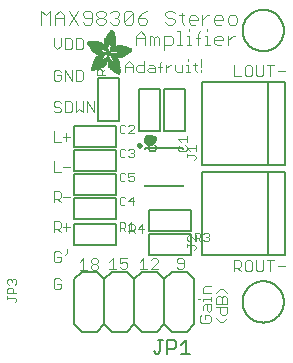
<source format=gbr>
G04 EAGLE Gerber RS-274X export*
G75*
%MOMM*%
%FSLAX34Y34*%
%LPD*%
%INSilkscreen Top*%
%IPPOS*%
%AMOC8*
5,1,8,0,0,1.08239X$1,22.5*%
G01*
%ADD10C,0.076200*%
%ADD11C,0.101600*%
%ADD12C,0.406400*%
%ADD13C,0.203200*%
%ADD14C,0.304800*%
%ADD15C,0.025400*%
%ADD16R,0.050800X0.006300*%
%ADD17R,0.082600X0.006400*%
%ADD18R,0.120600X0.006300*%
%ADD19R,0.139700X0.006400*%
%ADD20R,0.158800X0.006300*%
%ADD21R,0.177800X0.006400*%
%ADD22R,0.196800X0.006300*%
%ADD23R,0.215900X0.006400*%
%ADD24R,0.228600X0.006300*%
%ADD25R,0.241300X0.006400*%
%ADD26R,0.254000X0.006300*%
%ADD27R,0.266700X0.006400*%
%ADD28R,0.279400X0.006300*%
%ADD29R,0.285700X0.006400*%
%ADD30R,0.298400X0.006300*%
%ADD31R,0.311200X0.006400*%
%ADD32R,0.317500X0.006300*%
%ADD33R,0.330200X0.006400*%
%ADD34R,0.336600X0.006300*%
%ADD35R,0.349200X0.006400*%
%ADD36R,0.361900X0.006300*%
%ADD37R,0.368300X0.006400*%
%ADD38R,0.381000X0.006300*%
%ADD39R,0.387300X0.006400*%
%ADD40R,0.393700X0.006300*%
%ADD41R,0.406400X0.006400*%
%ADD42R,0.412700X0.006300*%
%ADD43R,0.419100X0.006400*%
%ADD44R,0.431800X0.006300*%
%ADD45R,0.438100X0.006400*%
%ADD46R,0.450800X0.006300*%
%ADD47R,0.457200X0.006400*%
%ADD48R,0.463500X0.006300*%
%ADD49R,0.476200X0.006400*%
%ADD50R,0.482600X0.006300*%
%ADD51R,0.488900X0.006400*%
%ADD52R,0.501600X0.006300*%
%ADD53R,0.508000X0.006400*%
%ADD54R,0.514300X0.006300*%
%ADD55R,0.527000X0.006400*%
%ADD56R,0.533400X0.006300*%
%ADD57R,0.546100X0.006400*%
%ADD58R,0.552400X0.006300*%
%ADD59R,0.558800X0.006400*%
%ADD60R,0.571500X0.006300*%
%ADD61R,0.577800X0.006400*%
%ADD62R,0.584200X0.006300*%
%ADD63R,0.596900X0.006400*%
%ADD64R,0.603200X0.006300*%
%ADD65R,0.609600X0.006400*%
%ADD66R,0.622300X0.006300*%
%ADD67R,0.628600X0.006400*%
%ADD68R,0.641300X0.006300*%
%ADD69R,0.647700X0.006400*%
%ADD70R,0.063500X0.006300*%
%ADD71R,0.654000X0.006300*%
%ADD72R,0.101600X0.006400*%
%ADD73R,0.666700X0.006400*%
%ADD74R,0.139700X0.006300*%
%ADD75R,0.673100X0.006300*%
%ADD76R,0.165100X0.006400*%
%ADD77R,0.679400X0.006400*%
%ADD78R,0.196900X0.006300*%
%ADD79R,0.692100X0.006300*%
%ADD80R,0.222200X0.006400*%
%ADD81R,0.698500X0.006400*%
%ADD82R,0.247700X0.006300*%
%ADD83R,0.704800X0.006300*%
%ADD84R,0.279400X0.006400*%
%ADD85R,0.717500X0.006400*%
%ADD86R,0.298500X0.006300*%
%ADD87R,0.723900X0.006300*%
%ADD88R,0.736600X0.006400*%
%ADD89R,0.342900X0.006300*%
%ADD90R,0.742900X0.006300*%
%ADD91R,0.374700X0.006400*%
%ADD92R,0.749300X0.006400*%
%ADD93R,0.762000X0.006300*%
%ADD94R,0.412700X0.006400*%
%ADD95R,0.768300X0.006400*%
%ADD96R,0.438100X0.006300*%
%ADD97R,0.774700X0.006300*%
%ADD98R,0.463600X0.006400*%
%ADD99R,0.787400X0.006400*%
%ADD100R,0.793700X0.006300*%
%ADD101R,0.495300X0.006400*%
%ADD102R,0.800100X0.006400*%
%ADD103R,0.520700X0.006300*%
%ADD104R,0.812800X0.006300*%
%ADD105R,0.533400X0.006400*%
%ADD106R,0.819100X0.006400*%
%ADD107R,0.558800X0.006300*%
%ADD108R,0.825500X0.006300*%
%ADD109R,0.577900X0.006400*%
%ADD110R,0.831800X0.006400*%
%ADD111R,0.596900X0.006300*%
%ADD112R,0.844500X0.006300*%
%ADD113R,0.616000X0.006400*%
%ADD114R,0.850900X0.006400*%
%ADD115R,0.635000X0.006300*%
%ADD116R,0.857200X0.006300*%
%ADD117R,0.654100X0.006400*%
%ADD118R,0.863600X0.006400*%
%ADD119R,0.666700X0.006300*%
%ADD120R,0.869900X0.006300*%
%ADD121R,0.685800X0.006400*%
%ADD122R,0.876300X0.006400*%
%ADD123R,0.882600X0.006300*%
%ADD124R,0.723900X0.006400*%
%ADD125R,0.889000X0.006400*%
%ADD126R,0.895300X0.006300*%
%ADD127R,0.755700X0.006400*%
%ADD128R,0.901700X0.006400*%
%ADD129R,0.908000X0.006300*%
%ADD130R,0.793800X0.006400*%
%ADD131R,0.914400X0.006400*%
%ADD132R,0.806400X0.006300*%
%ADD133R,0.920700X0.006300*%
%ADD134R,0.825500X0.006400*%
%ADD135R,0.927100X0.006400*%
%ADD136R,0.933400X0.006300*%
%ADD137R,0.857300X0.006400*%
%ADD138R,0.939800X0.006400*%
%ADD139R,0.870000X0.006300*%
%ADD140R,0.939800X0.006300*%
%ADD141R,0.946100X0.006400*%
%ADD142R,0.952500X0.006300*%
%ADD143R,0.908000X0.006400*%
%ADD144R,0.958800X0.006400*%
%ADD145R,0.965200X0.006300*%
%ADD146R,0.965200X0.006400*%
%ADD147R,0.971500X0.006300*%
%ADD148R,0.952500X0.006400*%
%ADD149R,0.977900X0.006400*%
%ADD150R,0.958800X0.006300*%
%ADD151R,0.984200X0.006300*%
%ADD152R,0.971500X0.006400*%
%ADD153R,0.984200X0.006400*%
%ADD154R,0.990600X0.006300*%
%ADD155R,0.984300X0.006400*%
%ADD156R,0.996900X0.006400*%
%ADD157R,0.997000X0.006300*%
%ADD158R,0.996900X0.006300*%
%ADD159R,1.003300X0.006400*%
%ADD160R,1.016000X0.006300*%
%ADD161R,1.009600X0.006300*%
%ADD162R,1.016000X0.006400*%
%ADD163R,1.009600X0.006400*%
%ADD164R,1.022300X0.006300*%
%ADD165R,1.028700X0.006400*%
%ADD166R,1.035100X0.006300*%
%ADD167R,1.047800X0.006400*%
%ADD168R,1.054100X0.006300*%
%ADD169R,1.028700X0.006300*%
%ADD170R,1.054100X0.006400*%
%ADD171R,1.035000X0.006400*%
%ADD172R,1.060400X0.006300*%
%ADD173R,1.035000X0.006300*%
%ADD174R,1.060500X0.006400*%
%ADD175R,1.041400X0.006400*%
%ADD176R,1.066800X0.006300*%
%ADD177R,1.041400X0.006300*%
%ADD178R,1.079500X0.006400*%
%ADD179R,1.047700X0.006400*%
%ADD180R,1.085900X0.006300*%
%ADD181R,1.047700X0.006300*%
%ADD182R,1.085800X0.006400*%
%ADD183R,1.092200X0.006300*%
%ADD184R,1.085900X0.006400*%
%ADD185R,1.098600X0.006300*%
%ADD186R,1.098600X0.006400*%
%ADD187R,1.060400X0.006400*%
%ADD188R,1.104900X0.006300*%
%ADD189R,1.104900X0.006400*%
%ADD190R,1.066800X0.006400*%
%ADD191R,1.111200X0.006300*%
%ADD192R,1.117600X0.006400*%
%ADD193R,1.117600X0.006300*%
%ADD194R,1.073100X0.006300*%
%ADD195R,1.073100X0.006400*%
%ADD196R,1.124000X0.006300*%
%ADD197R,1.079500X0.006300*%
%ADD198R,1.123900X0.006400*%
%ADD199R,1.130300X0.006300*%
%ADD200R,1.130300X0.006400*%
%ADD201R,1.136700X0.006400*%
%ADD202R,1.136700X0.006300*%
%ADD203R,1.085800X0.006300*%
%ADD204R,1.136600X0.006400*%
%ADD205R,1.136600X0.006300*%
%ADD206R,1.143000X0.006400*%
%ADD207R,1.143000X0.006300*%
%ADD208R,1.149400X0.006300*%
%ADD209R,1.149300X0.006300*%
%ADD210R,1.149300X0.006400*%
%ADD211R,1.149400X0.006400*%
%ADD212R,1.155700X0.006400*%
%ADD213R,1.155700X0.006300*%
%ADD214R,1.060500X0.006300*%
%ADD215R,2.197100X0.006400*%
%ADD216R,2.197100X0.006300*%
%ADD217R,2.184400X0.006300*%
%ADD218R,2.184400X0.006400*%
%ADD219R,2.171700X0.006400*%
%ADD220R,2.171700X0.006300*%
%ADD221R,1.530300X0.006400*%
%ADD222R,1.505000X0.006300*%
%ADD223R,1.492300X0.006400*%
%ADD224R,1.485900X0.006300*%
%ADD225R,0.565200X0.006300*%
%ADD226R,1.473200X0.006400*%
%ADD227R,0.565200X0.006400*%
%ADD228R,1.460500X0.006300*%
%ADD229R,1.454100X0.006400*%
%ADD230R,0.552400X0.006400*%
%ADD231R,1.441500X0.006300*%
%ADD232R,0.546100X0.006300*%
%ADD233R,1.435100X0.006400*%
%ADD234R,0.539800X0.006400*%
%ADD235R,1.428800X0.006300*%
%ADD236R,1.422400X0.006400*%
%ADD237R,1.409700X0.006300*%
%ADD238R,0.527100X0.006300*%
%ADD239R,1.403300X0.006400*%
%ADD240R,0.527100X0.006400*%
%ADD241R,1.390700X0.006300*%
%ADD242R,1.384300X0.006400*%
%ADD243R,0.520700X0.006400*%
%ADD244R,1.384300X0.006300*%
%ADD245R,0.514400X0.006300*%
%ADD246R,1.371600X0.006400*%
%ADD247R,1.365200X0.006300*%
%ADD248R,0.508000X0.006300*%
%ADD249R,1.352600X0.006400*%
%ADD250R,0.501700X0.006400*%
%ADD251R,0.711200X0.006300*%
%ADD252R,0.603300X0.006300*%
%ADD253R,0.501700X0.006300*%
%ADD254R,0.692100X0.006400*%
%ADD255R,0.571500X0.006400*%
%ADD256R,0.679400X0.006300*%
%ADD257R,0.495300X0.006300*%
%ADD258R,0.673100X0.006400*%
%ADD259R,0.666800X0.006300*%
%ADD260R,0.488900X0.006300*%
%ADD261R,0.660400X0.006400*%
%ADD262R,0.482600X0.006400*%
%ADD263R,0.476200X0.006300*%
%ADD264R,0.654000X0.006400*%
%ADD265R,0.469900X0.006400*%
%ADD266R,0.476300X0.006400*%
%ADD267R,0.647700X0.006300*%
%ADD268R,0.457200X0.006300*%
%ADD269R,0.469900X0.006300*%
%ADD270R,0.641300X0.006400*%
%ADD271R,0.444500X0.006400*%
%ADD272R,0.463600X0.006300*%
%ADD273R,0.635000X0.006400*%
%ADD274R,0.463500X0.006400*%
%ADD275R,0.393700X0.006400*%
%ADD276R,0.450800X0.006400*%
%ADD277R,0.628600X0.006300*%
%ADD278R,0.387400X0.006300*%
%ADD279R,0.450900X0.006300*%
%ADD280R,0.628700X0.006400*%
%ADD281R,0.374600X0.006400*%
%ADD282R,0.368300X0.006300*%
%ADD283R,0.438200X0.006300*%
%ADD284R,0.622300X0.006400*%
%ADD285R,0.355600X0.006400*%
%ADD286R,0.431800X0.006400*%
%ADD287R,0.349300X0.006300*%
%ADD288R,0.425400X0.006300*%
%ADD289R,0.615900X0.006300*%
%ADD290R,0.330200X0.006300*%
%ADD291R,0.419100X0.006300*%
%ADD292R,0.616000X0.006300*%
%ADD293R,0.311200X0.006300*%
%ADD294R,0.406400X0.006300*%
%ADD295R,0.615900X0.006400*%
%ADD296R,0.304800X0.006400*%
%ADD297R,0.158800X0.006400*%
%ADD298R,0.609600X0.006300*%
%ADD299R,0.292100X0.006300*%
%ADD300R,0.235000X0.006300*%
%ADD301R,0.387400X0.006400*%
%ADD302R,0.292100X0.006400*%
%ADD303R,0.336500X0.006300*%
%ADD304R,0.260400X0.006300*%
%ADD305R,0.603300X0.006400*%
%ADD306R,0.260400X0.006400*%
%ADD307R,0.362000X0.006400*%
%ADD308R,0.450900X0.006400*%
%ADD309R,0.355600X0.006300*%
%ADD310R,0.342900X0.006400*%
%ADD311R,0.514300X0.006400*%
%ADD312R,0.234900X0.006300*%
%ADD313R,0.539700X0.006300*%
%ADD314R,0.603200X0.006400*%
%ADD315R,0.234900X0.006400*%
%ADD316R,0.920700X0.006400*%
%ADD317R,0.958900X0.006400*%
%ADD318R,0.215900X0.006300*%
%ADD319R,0.209600X0.006400*%
%ADD320R,0.203200X0.006300*%
%ADD321R,1.003300X0.006300*%
%ADD322R,0.203200X0.006400*%
%ADD323R,0.196900X0.006400*%
%ADD324R,0.190500X0.006300*%
%ADD325R,0.190500X0.006400*%
%ADD326R,0.184200X0.006300*%
%ADD327R,0.590500X0.006400*%
%ADD328R,0.184200X0.006400*%
%ADD329R,0.590500X0.006300*%
%ADD330R,0.177800X0.006300*%
%ADD331R,0.584200X0.006400*%
%ADD332R,1.168400X0.006400*%
%ADD333R,0.171500X0.006300*%
%ADD334R,1.187500X0.006300*%
%ADD335R,1.200100X0.006400*%
%ADD336R,0.577800X0.006300*%
%ADD337R,1.212900X0.006300*%
%ADD338R,1.231900X0.006400*%
%ADD339R,1.250900X0.006300*%
%ADD340R,0.565100X0.006400*%
%ADD341R,0.184100X0.006400*%
%ADD342R,1.263700X0.006400*%
%ADD343R,0.565100X0.006300*%
%ADD344R,1.289100X0.006300*%
%ADD345R,1.314400X0.006400*%
%ADD346R,0.552500X0.006300*%
%ADD347R,1.568500X0.006300*%
%ADD348R,0.552500X0.006400*%
%ADD349R,1.581200X0.006400*%
%ADD350R,1.593800X0.006300*%
%ADD351R,1.606500X0.006400*%
%ADD352R,1.619300X0.006300*%
%ADD353R,0.514400X0.006400*%
%ADD354R,1.638300X0.006400*%
%ADD355R,1.657300X0.006300*%
%ADD356R,2.209800X0.006400*%
%ADD357R,2.425700X0.006300*%
%ADD358R,2.470100X0.006400*%
%ADD359R,2.501900X0.006300*%
%ADD360R,2.533700X0.006400*%
%ADD361R,2.559000X0.006300*%
%ADD362R,2.584500X0.006400*%
%ADD363R,2.609900X0.006300*%
%ADD364R,2.628900X0.006400*%
%ADD365R,2.660600X0.006300*%
%ADD366R,2.673400X0.006400*%
%ADD367R,1.422400X0.006300*%
%ADD368R,1.200200X0.006300*%
%ADD369R,1.365300X0.006300*%
%ADD370R,1.365300X0.006400*%
%ADD371R,1.352500X0.006300*%
%ADD372R,1.098500X0.006300*%
%ADD373R,1.358900X0.006400*%
%ADD374R,1.352600X0.006300*%
%ADD375R,1.358900X0.006300*%
%ADD376R,1.371600X0.006300*%
%ADD377R,1.377900X0.006400*%
%ADD378R,1.397000X0.006400*%
%ADD379R,1.403300X0.006300*%
%ADD380R,0.914400X0.006300*%
%ADD381R,0.876300X0.006300*%
%ADD382R,0.374600X0.006300*%
%ADD383R,1.073200X0.006400*%
%ADD384R,0.374700X0.006300*%
%ADD385R,0.844600X0.006400*%
%ADD386R,0.844600X0.006300*%
%ADD387R,0.831900X0.006400*%
%ADD388R,1.092200X0.006400*%
%ADD389R,0.400000X0.006300*%
%ADD390R,0.819200X0.006400*%
%ADD391R,1.111300X0.006400*%
%ADD392R,0.812800X0.006400*%
%ADD393R,0.800100X0.006300*%
%ADD394R,0.476300X0.006300*%
%ADD395R,1.181100X0.006300*%
%ADD396R,0.501600X0.006400*%
%ADD397R,1.193800X0.006400*%
%ADD398R,0.781000X0.006400*%
%ADD399R,1.238200X0.006400*%
%ADD400R,0.781100X0.006300*%
%ADD401R,1.257300X0.006300*%
%ADD402R,1.295400X0.006400*%
%ADD403R,1.333500X0.006300*%
%ADD404R,0.774700X0.006400*%
%ADD405R,1.866900X0.006400*%
%ADD406R,0.209600X0.006300*%
%ADD407R,1.866900X0.006300*%
%ADD408R,0.768400X0.006400*%
%ADD409R,0.209500X0.006400*%
%ADD410R,1.860600X0.006400*%
%ADD411R,0.762000X0.006400*%
%ADD412R,0.768400X0.006300*%
%ADD413R,1.860600X0.006300*%
%ADD414R,1.860500X0.006400*%
%ADD415R,0.222300X0.006300*%
%ADD416R,1.854200X0.006300*%
%ADD417R,0.235000X0.006400*%
%ADD418R,1.854200X0.006400*%
%ADD419R,0.768300X0.006300*%
%ADD420R,0.260300X0.006400*%
%ADD421R,1.847800X0.006400*%
%ADD422R,0.266700X0.006300*%
%ADD423R,1.847800X0.006300*%
%ADD424R,0.273100X0.006400*%
%ADD425R,1.841500X0.006400*%
%ADD426R,0.285800X0.006300*%
%ADD427R,1.841500X0.006300*%
%ADD428R,0.298500X0.006400*%
%ADD429R,1.835100X0.006400*%
%ADD430R,0.781000X0.006300*%
%ADD431R,0.304800X0.006300*%
%ADD432R,1.835100X0.006300*%
%ADD433R,0.317500X0.006400*%
%ADD434R,1.828800X0.006400*%
%ADD435R,0.787400X0.006300*%
%ADD436R,0.323800X0.006300*%
%ADD437R,1.828800X0.006300*%
%ADD438R,0.793700X0.006400*%
%ADD439R,1.822400X0.006400*%
%ADD440R,0.806500X0.006300*%
%ADD441R,1.822400X0.006300*%
%ADD442R,1.816100X0.006400*%
%ADD443R,0.819100X0.006300*%
%ADD444R,0.387300X0.006300*%
%ADD445R,1.816100X0.006300*%
%ADD446R,1.809800X0.006400*%
%ADD447R,1.803400X0.006300*%
%ADD448R,1.797000X0.006400*%
%ADD449R,0.901700X0.006300*%
%ADD450R,1.797000X0.006300*%
%ADD451R,1.441400X0.006400*%
%ADD452R,1.790700X0.006400*%
%ADD453R,1.447800X0.006300*%
%ADD454R,1.784300X0.006300*%
%ADD455R,1.447800X0.006400*%
%ADD456R,1.784300X0.006400*%
%ADD457R,1.454100X0.006300*%
%ADD458R,1.771700X0.006300*%
%ADD459R,1.460500X0.006400*%
%ADD460R,1.759000X0.006400*%
%ADD461R,1.466800X0.006300*%
%ADD462R,1.752600X0.006300*%
%ADD463R,1.466800X0.006400*%
%ADD464R,1.739900X0.006400*%
%ADD465R,1.473200X0.006300*%
%ADD466R,1.727200X0.006300*%
%ADD467R,1.479500X0.006400*%
%ADD468R,1.714500X0.006400*%
%ADD469R,1.695400X0.006300*%
%ADD470R,1.485900X0.006400*%
%ADD471R,1.682700X0.006400*%
%ADD472R,1.492200X0.006300*%
%ADD473R,1.663700X0.006300*%
%ADD474R,1.498600X0.006400*%
%ADD475R,1.644600X0.006400*%
%ADD476R,1.498600X0.006300*%
%ADD477R,1.619200X0.006300*%
%ADD478R,1.511300X0.006400*%
%ADD479R,1.600200X0.006400*%
%ADD480R,1.517700X0.006300*%
%ADD481R,1.574800X0.006300*%
%ADD482R,1.524000X0.006400*%
%ADD483R,1.555800X0.006400*%
%ADD484R,1.524000X0.006300*%
%ADD485R,1.536700X0.006300*%
%ADD486R,1.530400X0.006400*%
%ADD487R,1.517700X0.006400*%
%ADD488R,1.492300X0.006300*%
%ADD489R,1.549400X0.006400*%
%ADD490R,1.479600X0.006400*%
%ADD491R,1.549400X0.006300*%
%ADD492R,1.555700X0.006400*%
%ADD493R,1.562100X0.006300*%
%ADD494R,0.323900X0.006300*%
%ADD495R,1.568400X0.006400*%
%ADD496R,0.336600X0.006400*%
%ADD497R,1.587500X0.006300*%
%ADD498R,0.971600X0.006300*%
%ADD499R,0.349300X0.006400*%
%ADD500R,1.600200X0.006300*%
%ADD501R,0.920800X0.006300*%
%ADD502R,0.882700X0.006400*%
%ADD503R,1.612900X0.006300*%
%ADD504R,0.362000X0.006300*%
%ADD505R,1.625600X0.006400*%
%ADD506R,1.625600X0.006300*%
%ADD507R,1.644600X0.006300*%
%ADD508R,0.736600X0.006300*%
%ADD509R,0.717600X0.006400*%
%ADD510R,1.657400X0.006300*%
%ADD511R,0.679500X0.006300*%
%ADD512R,1.663700X0.006400*%
%ADD513R,0.400000X0.006400*%
%ADD514R,1.676400X0.006300*%
%ADD515R,1.676400X0.006400*%
%ADD516R,0.425500X0.006400*%
%ADD517R,1.352500X0.006400*%
%ADD518R,0.444500X0.006300*%
%ADD519R,0.361900X0.006400*%
%ADD520R,0.088900X0.006300*%
%ADD521R,1.009700X0.006300*%
%ADD522R,1.009700X0.006400*%
%ADD523R,1.022300X0.006400*%
%ADD524R,1.346200X0.006400*%
%ADD525R,1.346200X0.006300*%
%ADD526R,1.339900X0.006400*%
%ADD527R,1.035100X0.006400*%
%ADD528R,1.339800X0.006300*%
%ADD529R,1.333500X0.006400*%
%ADD530R,1.327200X0.006400*%
%ADD531R,1.320800X0.006300*%
%ADD532R,1.314500X0.006400*%
%ADD533R,1.314400X0.006300*%
%ADD534R,1.301700X0.006400*%
%ADD535R,1.295400X0.006300*%
%ADD536R,1.289000X0.006400*%
%ADD537R,1.276300X0.006300*%
%ADD538R,1.251000X0.006300*%
%ADD539R,1.244600X0.006400*%
%ADD540R,1.231900X0.006300*%
%ADD541R,1.212800X0.006400*%
%ADD542R,1.200100X0.006300*%
%ADD543R,1.187400X0.006400*%
%ADD544R,1.168400X0.006300*%
%ADD545R,1.047800X0.006300*%
%ADD546R,0.977900X0.006300*%
%ADD547R,0.946200X0.006400*%
%ADD548R,0.933400X0.006400*%
%ADD549R,0.895300X0.006400*%
%ADD550R,0.882700X0.006300*%
%ADD551R,0.863600X0.006300*%
%ADD552R,0.857200X0.006400*%
%ADD553R,0.850900X0.006300*%
%ADD554R,0.838200X0.006300*%
%ADD555R,0.806500X0.006400*%
%ADD556R,0.717600X0.006300*%
%ADD557R,0.711200X0.006400*%
%ADD558R,0.641400X0.006400*%
%ADD559R,0.641400X0.006300*%
%ADD560R,0.628700X0.006300*%
%ADD561R,0.590600X0.006300*%
%ADD562R,0.539700X0.006400*%
%ADD563R,0.285700X0.006300*%
%ADD564R,0.222200X0.006300*%
%ADD565R,0.171400X0.006300*%
%ADD566R,0.152400X0.006400*%
%ADD567R,0.133400X0.006300*%
%ADD568C,0.152400*%
%ADD569C,0.127000*%


D10*
X142621Y54781D02*
X144189Y53213D01*
X147324Y53213D01*
X148892Y54781D01*
X148892Y61051D01*
X147324Y62619D01*
X144189Y62619D01*
X142621Y61051D01*
X142621Y59484D01*
X144189Y57916D01*
X148892Y57916D01*
X114514Y62619D02*
X111379Y59484D01*
X114514Y62619D02*
X114514Y53213D01*
X111379Y53213D02*
X117650Y53213D01*
X120734Y53213D02*
X127005Y53213D01*
X120734Y53213D02*
X127005Y59484D01*
X127005Y61051D01*
X125437Y62619D01*
X122302Y62619D01*
X120734Y61051D01*
X88352Y62619D02*
X85217Y59484D01*
X88352Y62619D02*
X88352Y53213D01*
X85217Y53213D02*
X91488Y53213D01*
X94572Y62619D02*
X100843Y62619D01*
X94572Y62619D02*
X94572Y57916D01*
X97708Y59484D01*
X99275Y59484D01*
X100843Y57916D01*
X100843Y54781D01*
X99275Y53213D01*
X96140Y53213D01*
X94572Y54781D01*
X63714Y62111D02*
X60579Y58976D01*
X63714Y62111D02*
X63714Y52705D01*
X60579Y52705D02*
X66850Y52705D01*
X69934Y60543D02*
X71502Y62111D01*
X74637Y62111D01*
X76205Y60543D01*
X76205Y58976D01*
X74637Y57408D01*
X76205Y55840D01*
X76205Y54273D01*
X74637Y52705D01*
X71502Y52705D01*
X69934Y54273D01*
X69934Y55840D01*
X71502Y57408D01*
X69934Y58976D01*
X69934Y60543D01*
X71502Y57408D02*
X74637Y57408D01*
X162044Y12323D02*
X163612Y13891D01*
X162044Y12323D02*
X162044Y9188D01*
X163612Y7620D01*
X169882Y7620D01*
X171450Y9188D01*
X171450Y12323D01*
X169882Y13891D01*
X166747Y13891D01*
X166747Y10755D01*
X165179Y18543D02*
X165179Y21678D01*
X166747Y23246D01*
X171450Y23246D01*
X171450Y18543D01*
X169882Y16975D01*
X168315Y18543D01*
X168315Y23246D01*
X165179Y26330D02*
X165179Y27898D01*
X171450Y27898D01*
X171450Y26330D02*
X171450Y29466D01*
X162044Y27898D02*
X160476Y27898D01*
X165179Y32567D02*
X171450Y32567D01*
X165179Y32567D02*
X165179Y37270D01*
X166747Y38838D01*
X171450Y38838D01*
X38481Y160401D02*
X38481Y169807D01*
X38481Y160401D02*
X44752Y160401D01*
X38481Y144407D02*
X38481Y135001D01*
X44752Y135001D01*
X38481Y119007D02*
X38481Y109601D01*
X38481Y119007D02*
X43184Y119007D01*
X44752Y117439D01*
X44752Y114304D01*
X43184Y112736D01*
X38481Y112736D01*
X41616Y112736D02*
X44752Y109601D01*
X38481Y93607D02*
X38481Y84201D01*
X38481Y93607D02*
X43184Y93607D01*
X44752Y92039D01*
X44752Y88904D01*
X43184Y87336D01*
X38481Y87336D01*
X41616Y87336D02*
X44752Y84201D01*
X46101Y165104D02*
X52372Y165104D01*
X49236Y168239D02*
X49236Y161969D01*
X46101Y114304D02*
X52372Y114304D01*
X52372Y139704D02*
X46101Y139704D01*
X46101Y88904D02*
X52372Y88904D01*
X49236Y92039D02*
X49236Y85769D01*
X43184Y68207D02*
X44752Y66639D01*
X43184Y68207D02*
X40049Y68207D01*
X38481Y66639D01*
X38481Y60369D01*
X40049Y58801D01*
X43184Y58801D01*
X44752Y60369D01*
X44752Y63504D01*
X41616Y63504D01*
X49404Y66639D02*
X49404Y69775D01*
X49404Y66639D02*
X47836Y65072D01*
X43184Y45347D02*
X44752Y43779D01*
X43184Y45347D02*
X40049Y45347D01*
X38481Y43779D01*
X38481Y37509D01*
X40049Y35941D01*
X43184Y35941D01*
X44752Y37509D01*
X44752Y40644D01*
X41616Y40644D01*
X44752Y193639D02*
X43184Y195207D01*
X40049Y195207D01*
X38481Y193639D01*
X38481Y192072D01*
X40049Y190504D01*
X43184Y190504D01*
X44752Y188936D01*
X44752Y187369D01*
X43184Y185801D01*
X40049Y185801D01*
X38481Y187369D01*
X47836Y185801D02*
X47836Y195207D01*
X47836Y185801D02*
X52539Y185801D01*
X54107Y187369D01*
X54107Y193639D01*
X52539Y195207D01*
X47836Y195207D01*
X57191Y195207D02*
X57191Y185801D01*
X60327Y188936D01*
X63462Y185801D01*
X63462Y195207D01*
X66547Y195207D02*
X66547Y185801D01*
X72817Y185801D02*
X66547Y195207D01*
X72817Y195207D02*
X72817Y185801D01*
X44752Y220309D02*
X43184Y221877D01*
X40049Y221877D01*
X38481Y220309D01*
X38481Y214039D01*
X40049Y212471D01*
X43184Y212471D01*
X44752Y214039D01*
X44752Y217174D01*
X41616Y217174D01*
X47836Y212471D02*
X47836Y221877D01*
X54107Y212471D01*
X54107Y221877D01*
X57191Y221877D02*
X57191Y212471D01*
X61894Y212471D01*
X63462Y214039D01*
X63462Y220309D01*
X61894Y221877D01*
X57191Y221877D01*
X38481Y242276D02*
X38481Y248547D01*
X38481Y242276D02*
X41616Y239141D01*
X44752Y242276D01*
X44752Y248547D01*
X47836Y248547D02*
X47836Y239141D01*
X52539Y239141D01*
X54107Y240709D01*
X54107Y246979D01*
X52539Y248547D01*
X47836Y248547D01*
X57191Y248547D02*
X57191Y239141D01*
X61894Y239141D01*
X63462Y240709D01*
X63462Y246979D01*
X61894Y248547D01*
X57191Y248547D01*
D11*
X27940Y260096D02*
X27940Y271790D01*
X31838Y267892D01*
X35736Y271790D01*
X35736Y260096D01*
X39634Y260096D02*
X39634Y267892D01*
X43532Y271790D01*
X47430Y267892D01*
X47430Y260096D01*
X47430Y265943D02*
X39634Y265943D01*
X51328Y271790D02*
X59124Y260096D01*
X51328Y260096D02*
X59124Y271790D01*
X63022Y262045D02*
X64971Y260096D01*
X68869Y260096D01*
X70818Y262045D01*
X70818Y269841D01*
X68869Y271790D01*
X64971Y271790D01*
X63022Y269841D01*
X63022Y267892D01*
X64971Y265943D01*
X70818Y265943D01*
X74716Y269841D02*
X76665Y271790D01*
X80563Y271790D01*
X82512Y269841D01*
X82512Y267892D01*
X80563Y265943D01*
X82512Y263994D01*
X82512Y262045D01*
X80563Y260096D01*
X76665Y260096D01*
X74716Y262045D01*
X74716Y263994D01*
X76665Y265943D01*
X74716Y267892D01*
X74716Y269841D01*
X76665Y265943D02*
X80563Y265943D01*
X86410Y269841D02*
X88359Y271790D01*
X92257Y271790D01*
X94206Y269841D01*
X94206Y267892D01*
X92257Y265943D01*
X90308Y265943D01*
X92257Y265943D02*
X94206Y263994D01*
X94206Y262045D01*
X92257Y260096D01*
X88359Y260096D01*
X86410Y262045D01*
X98104Y262045D02*
X98104Y269841D01*
X100053Y271790D01*
X103951Y271790D01*
X105900Y269841D01*
X105900Y262045D01*
X103951Y260096D01*
X100053Y260096D01*
X98104Y262045D01*
X105900Y269841D01*
X113696Y269841D02*
X117594Y271790D01*
X113696Y269841D02*
X109798Y265943D01*
X109798Y262045D01*
X111747Y260096D01*
X115645Y260096D01*
X117594Y262045D01*
X117594Y263994D01*
X115645Y265943D01*
X109798Y265943D01*
X139033Y271790D02*
X140982Y269841D01*
X139033Y271790D02*
X135135Y271790D01*
X133186Y269841D01*
X133186Y267892D01*
X135135Y265943D01*
X139033Y265943D01*
X140982Y263994D01*
X140982Y262045D01*
X139033Y260096D01*
X135135Y260096D01*
X133186Y262045D01*
X146829Y262045D02*
X146829Y269841D01*
X146829Y262045D02*
X148778Y260096D01*
X148778Y267892D02*
X144880Y267892D01*
X154625Y260096D02*
X158523Y260096D01*
X154625Y260096D02*
X152676Y262045D01*
X152676Y265943D01*
X154625Y267892D01*
X158523Y267892D01*
X160472Y265943D01*
X160472Y263994D01*
X152676Y263994D01*
X164370Y260096D02*
X164370Y267892D01*
X164370Y263994D02*
X168268Y267892D01*
X170217Y267892D01*
X176064Y260096D02*
X179962Y260096D01*
X176064Y260096D02*
X174115Y262045D01*
X174115Y265943D01*
X176064Y267892D01*
X179962Y267892D01*
X181911Y265943D01*
X181911Y263994D01*
X174115Y263994D01*
X187758Y260096D02*
X191656Y260096D01*
X193605Y262045D01*
X193605Y265943D01*
X191656Y267892D01*
X187758Y267892D01*
X185809Y265943D01*
X185809Y262045D01*
X187758Y260096D01*
D12*
X116840Y162560D02*
X116842Y162660D01*
X116848Y162761D01*
X116858Y162860D01*
X116872Y162960D01*
X116889Y163059D01*
X116911Y163157D01*
X116937Y163254D01*
X116966Y163350D01*
X116999Y163444D01*
X117036Y163538D01*
X117076Y163630D01*
X117120Y163720D01*
X117168Y163808D01*
X117219Y163895D01*
X117273Y163979D01*
X117331Y164061D01*
X117392Y164141D01*
X117456Y164218D01*
X117523Y164293D01*
X117593Y164365D01*
X117666Y164434D01*
X117741Y164500D01*
X117819Y164564D01*
X117899Y164624D01*
X117982Y164681D01*
X118067Y164734D01*
X118154Y164784D01*
X118243Y164831D01*
X118333Y164874D01*
X118425Y164914D01*
X118519Y164950D01*
X118614Y164982D01*
X118710Y165010D01*
X118808Y165035D01*
X118906Y165055D01*
X119005Y165072D01*
X119105Y165085D01*
X119204Y165094D01*
X119305Y165099D01*
X119405Y165100D01*
X119505Y165097D01*
X119606Y165090D01*
X119705Y165079D01*
X119805Y165064D01*
X119903Y165046D01*
X120001Y165023D01*
X120098Y164996D01*
X120193Y164966D01*
X120288Y164932D01*
X120381Y164894D01*
X120472Y164853D01*
X120562Y164808D01*
X120650Y164760D01*
X120736Y164708D01*
X120820Y164653D01*
X120901Y164594D01*
X120980Y164532D01*
X121057Y164468D01*
X121131Y164400D01*
X121202Y164329D01*
X121271Y164256D01*
X121336Y164180D01*
X121399Y164101D01*
X121458Y164020D01*
X121514Y163937D01*
X121567Y163852D01*
X121616Y163764D01*
X121662Y163675D01*
X121704Y163584D01*
X121743Y163491D01*
X121778Y163397D01*
X121809Y163302D01*
X121837Y163205D01*
X121860Y163108D01*
X121880Y163009D01*
X121896Y162910D01*
X121908Y162811D01*
X121916Y162710D01*
X121920Y162610D01*
X121920Y162510D01*
X121916Y162410D01*
X121908Y162309D01*
X121896Y162210D01*
X121880Y162111D01*
X121860Y162012D01*
X121837Y161915D01*
X121809Y161818D01*
X121778Y161723D01*
X121743Y161629D01*
X121704Y161536D01*
X121662Y161445D01*
X121616Y161356D01*
X121567Y161268D01*
X121514Y161183D01*
X121458Y161100D01*
X121399Y161019D01*
X121336Y160940D01*
X121271Y160864D01*
X121202Y160791D01*
X121131Y160720D01*
X121057Y160652D01*
X120980Y160588D01*
X120901Y160526D01*
X120820Y160467D01*
X120736Y160412D01*
X120650Y160360D01*
X120562Y160312D01*
X120472Y160267D01*
X120381Y160226D01*
X120288Y160188D01*
X120193Y160154D01*
X120098Y160124D01*
X120001Y160097D01*
X119903Y160074D01*
X119805Y160056D01*
X119705Y160041D01*
X119606Y160030D01*
X119505Y160023D01*
X119405Y160020D01*
X119305Y160021D01*
X119204Y160026D01*
X119105Y160035D01*
X119005Y160048D01*
X118906Y160065D01*
X118808Y160085D01*
X118710Y160110D01*
X118614Y160138D01*
X118519Y160170D01*
X118425Y160206D01*
X118333Y160246D01*
X118243Y160289D01*
X118154Y160336D01*
X118067Y160386D01*
X117982Y160439D01*
X117899Y160496D01*
X117819Y160556D01*
X117741Y160620D01*
X117666Y160686D01*
X117593Y160755D01*
X117523Y160827D01*
X117456Y160902D01*
X117392Y160979D01*
X117331Y161059D01*
X117273Y161141D01*
X117219Y161225D01*
X117168Y161312D01*
X117120Y161400D01*
X117076Y161490D01*
X117036Y161582D01*
X116999Y161676D01*
X116966Y161770D01*
X116937Y161866D01*
X116911Y161963D01*
X116889Y162061D01*
X116872Y162160D01*
X116858Y162260D01*
X116848Y162359D01*
X116842Y162460D01*
X116840Y162560D01*
D10*
X185420Y11390D02*
X182285Y8255D01*
X179149Y8255D01*
X176014Y11390D01*
X176014Y20762D02*
X185420Y20762D01*
X185420Y16059D01*
X183852Y14492D01*
X180717Y14492D01*
X179149Y16059D01*
X179149Y20762D01*
X176014Y23847D02*
X185420Y23847D01*
X176014Y23847D02*
X176014Y28550D01*
X177582Y30118D01*
X179149Y30118D01*
X180717Y28550D01*
X182285Y30118D01*
X183852Y30118D01*
X185420Y28550D01*
X185420Y23847D01*
X180717Y23847D02*
X180717Y28550D01*
X185420Y33202D02*
X182285Y36338D01*
X179149Y36338D01*
X176014Y33202D01*
X190881Y51181D02*
X190881Y60587D01*
X195584Y60587D01*
X197152Y59019D01*
X197152Y55884D01*
X195584Y54316D01*
X190881Y54316D01*
X194016Y54316D02*
X197152Y51181D01*
X201804Y60587D02*
X204939Y60587D01*
X201804Y60587D02*
X200236Y59019D01*
X200236Y52749D01*
X201804Y51181D01*
X204939Y51181D01*
X206507Y52749D01*
X206507Y59019D01*
X204939Y60587D01*
X209591Y60587D02*
X209591Y52749D01*
X211159Y51181D01*
X214294Y51181D01*
X215862Y52749D01*
X215862Y60587D01*
X222082Y60587D02*
X222082Y51181D01*
X218947Y60587D02*
X225217Y60587D01*
X228302Y55884D02*
X234572Y55884D01*
X190881Y216281D02*
X190881Y225687D01*
X190881Y216281D02*
X197152Y216281D01*
X201804Y225687D02*
X204939Y225687D01*
X201804Y225687D02*
X200236Y224119D01*
X200236Y217849D01*
X201804Y216281D01*
X204939Y216281D01*
X206507Y217849D01*
X206507Y224119D01*
X204939Y225687D01*
X209591Y225687D02*
X209591Y217849D01*
X211159Y216281D01*
X214294Y216281D01*
X215862Y217849D01*
X215862Y225687D01*
X222082Y225687D02*
X222082Y216281D01*
X218947Y225687D02*
X225217Y225687D01*
X228302Y220984D02*
X234572Y220984D01*
D11*
X108204Y242824D02*
X108204Y250620D01*
X112102Y254518D01*
X116000Y250620D01*
X116000Y242824D01*
X116000Y248671D02*
X108204Y248671D01*
X119898Y250620D02*
X119898Y242824D01*
X119898Y250620D02*
X121847Y250620D01*
X123796Y248671D01*
X123796Y242824D01*
X123796Y248671D02*
X125745Y250620D01*
X127694Y248671D01*
X127694Y242824D01*
X131592Y238926D02*
X131592Y250620D01*
X137439Y250620D01*
X139388Y248671D01*
X139388Y244773D01*
X137439Y242824D01*
X131592Y242824D01*
X143286Y254518D02*
X145235Y254518D01*
X145235Y242824D01*
X143286Y242824D02*
X147184Y242824D01*
X151082Y250620D02*
X153031Y250620D01*
X153031Y242824D01*
X151082Y242824D02*
X154980Y242824D01*
X153031Y254518D02*
X153031Y256467D01*
X160827Y252569D02*
X160827Y242824D01*
X160827Y252569D02*
X162776Y254518D01*
X162776Y248671D02*
X158878Y248671D01*
X166674Y250620D02*
X168623Y250620D01*
X168623Y242824D01*
X166674Y242824D02*
X170572Y242824D01*
X168623Y254518D02*
X168623Y256467D01*
X176419Y242824D02*
X180317Y242824D01*
X176419Y242824D02*
X174470Y244773D01*
X174470Y248671D01*
X176419Y250620D01*
X180317Y250620D01*
X182266Y248671D01*
X182266Y246722D01*
X174470Y246722D01*
X186164Y242824D02*
X186164Y250620D01*
X186164Y246722D02*
X190062Y250620D01*
X192011Y250620D01*
D10*
X99187Y226108D02*
X99187Y219837D01*
X99187Y226108D02*
X102322Y229243D01*
X105458Y226108D01*
X105458Y219837D01*
X105458Y224540D02*
X99187Y224540D01*
X114813Y229243D02*
X114813Y219837D01*
X110110Y219837D01*
X108542Y221405D01*
X108542Y224540D01*
X110110Y226108D01*
X114813Y226108D01*
X119465Y226108D02*
X122600Y226108D01*
X124168Y224540D01*
X124168Y219837D01*
X119465Y219837D01*
X117897Y221405D01*
X119465Y222972D01*
X124168Y222972D01*
X128820Y219837D02*
X128820Y227675D01*
X130388Y229243D01*
X130388Y224540D02*
X127253Y224540D01*
X133489Y226108D02*
X133489Y219837D01*
X133489Y222972D02*
X136625Y226108D01*
X138192Y226108D01*
X141285Y226108D02*
X141285Y221405D01*
X142853Y219837D01*
X147556Y219837D01*
X147556Y226108D01*
X150641Y226108D02*
X152208Y226108D01*
X152208Y219837D01*
X150641Y219837D02*
X153776Y219837D01*
X152208Y229243D02*
X152208Y230811D01*
X158445Y227675D02*
X158445Y221405D01*
X160013Y219837D01*
X160013Y226108D02*
X156877Y226108D01*
X163114Y221405D02*
X163114Y219837D01*
X163114Y224540D02*
X163114Y230811D01*
D13*
X148080Y155700D02*
X116080Y155700D01*
X116080Y123700D02*
X148080Y123700D01*
X116080Y154700D02*
X116080Y155700D01*
X148080Y155700D02*
X148080Y154700D01*
X116080Y124700D02*
X116080Y123700D01*
X148080Y123700D02*
X148080Y124700D01*
D14*
X110938Y157480D02*
X110940Y157528D01*
X110946Y157575D01*
X110956Y157621D01*
X110970Y157667D01*
X110987Y157711D01*
X111008Y157754D01*
X111033Y157794D01*
X111061Y157833D01*
X111092Y157869D01*
X111126Y157902D01*
X111163Y157932D01*
X111202Y157960D01*
X111243Y157983D01*
X111286Y158004D01*
X111330Y158020D01*
X111376Y158033D01*
X111423Y158042D01*
X111470Y158047D01*
X111518Y158048D01*
X111565Y158045D01*
X111612Y158038D01*
X111659Y158027D01*
X111704Y158012D01*
X111748Y157994D01*
X111790Y157972D01*
X111830Y157946D01*
X111868Y157918D01*
X111903Y157886D01*
X111936Y157851D01*
X111966Y157814D01*
X111992Y157774D01*
X112015Y157733D01*
X112034Y157689D01*
X112050Y157644D01*
X112062Y157598D01*
X112070Y157551D01*
X112074Y157504D01*
X112074Y157456D01*
X112070Y157409D01*
X112062Y157362D01*
X112050Y157316D01*
X112034Y157271D01*
X112015Y157227D01*
X111992Y157186D01*
X111966Y157146D01*
X111936Y157109D01*
X111903Y157074D01*
X111868Y157042D01*
X111830Y157014D01*
X111790Y156988D01*
X111748Y156966D01*
X111704Y156948D01*
X111659Y156933D01*
X111612Y156922D01*
X111565Y156915D01*
X111518Y156912D01*
X111470Y156913D01*
X111423Y156918D01*
X111376Y156927D01*
X111330Y156940D01*
X111286Y156956D01*
X111243Y156977D01*
X111202Y157000D01*
X111163Y157028D01*
X111126Y157058D01*
X111092Y157091D01*
X111061Y157127D01*
X111033Y157166D01*
X111008Y157206D01*
X110987Y157249D01*
X110970Y157293D01*
X110956Y157339D01*
X110946Y157385D01*
X110940Y157432D01*
X110938Y157480D01*
D15*
X116967Y160783D02*
X116967Y163960D01*
X116967Y160783D02*
X117603Y160147D01*
X118874Y160147D01*
X119509Y160783D01*
X119509Y163960D01*
X120709Y162689D02*
X121980Y163960D01*
X121980Y160147D01*
X120709Y160147D02*
X123251Y160147D01*
D13*
X91660Y91550D02*
X91660Y73550D01*
X55660Y73550D01*
X55660Y91550D01*
X91660Y91550D01*
D10*
X94361Y92843D02*
X94361Y85471D01*
X94361Y92843D02*
X98047Y92843D01*
X99276Y91615D01*
X99276Y89157D01*
X98047Y87928D01*
X94361Y87928D01*
X96818Y87928D02*
X99276Y85471D01*
X101845Y90386D02*
X104303Y92843D01*
X104303Y85471D01*
X106760Y85471D02*
X101845Y85471D01*
D13*
X155160Y82660D02*
X155160Y64660D01*
X119160Y64660D01*
X119160Y82660D01*
X155160Y82660D01*
D10*
X157861Y83953D02*
X157861Y76581D01*
X157861Y83953D02*
X161547Y83953D01*
X162776Y82725D01*
X162776Y80267D01*
X161547Y79038D01*
X157861Y79038D01*
X160318Y79038D02*
X162776Y76581D01*
X165345Y82725D02*
X166574Y83953D01*
X169031Y83953D01*
X170260Y82725D01*
X170260Y81496D01*
X169031Y80267D01*
X167803Y80267D01*
X169031Y80267D02*
X170260Y79038D01*
X170260Y77810D01*
X169031Y76581D01*
X166574Y76581D01*
X165345Y77810D01*
D13*
X119160Y84980D02*
X119160Y102980D01*
X155160Y102980D01*
X155160Y84980D01*
X119160Y84980D01*
D10*
X102253Y83693D02*
X102253Y91065D01*
X105939Y91065D01*
X107168Y89837D01*
X107168Y87379D01*
X105939Y86150D01*
X102253Y86150D01*
X104710Y86150D02*
X107168Y83693D01*
X113423Y83693D02*
X113423Y91065D01*
X109737Y87379D01*
X114652Y87379D01*
D13*
X198400Y25400D02*
X198405Y25829D01*
X198421Y26259D01*
X198447Y26687D01*
X198484Y27115D01*
X198532Y27542D01*
X198589Y27968D01*
X198658Y28392D01*
X198736Y28814D01*
X198825Y29234D01*
X198924Y29652D01*
X199034Y30067D01*
X199154Y30480D01*
X199283Y30889D01*
X199423Y31296D01*
X199573Y31698D01*
X199732Y32097D01*
X199901Y32492D01*
X200080Y32882D01*
X200269Y33268D01*
X200466Y33649D01*
X200673Y34026D01*
X200890Y34397D01*
X201115Y34762D01*
X201349Y35122D01*
X201592Y35477D01*
X201844Y35825D01*
X202104Y36167D01*
X202372Y36502D01*
X202649Y36831D01*
X202933Y37152D01*
X203226Y37467D01*
X203526Y37774D01*
X203833Y38074D01*
X204148Y38367D01*
X204469Y38651D01*
X204798Y38928D01*
X205133Y39196D01*
X205475Y39456D01*
X205823Y39708D01*
X206178Y39951D01*
X206538Y40185D01*
X206903Y40410D01*
X207274Y40627D01*
X207651Y40834D01*
X208032Y41031D01*
X208418Y41220D01*
X208808Y41399D01*
X209203Y41568D01*
X209602Y41727D01*
X210004Y41877D01*
X210411Y42017D01*
X210820Y42146D01*
X211233Y42266D01*
X211648Y42376D01*
X212066Y42475D01*
X212486Y42564D01*
X212908Y42642D01*
X213332Y42711D01*
X213758Y42768D01*
X214185Y42816D01*
X214613Y42853D01*
X215041Y42879D01*
X215471Y42895D01*
X215900Y42900D01*
X216329Y42895D01*
X216759Y42879D01*
X217187Y42853D01*
X217615Y42816D01*
X218042Y42768D01*
X218468Y42711D01*
X218892Y42642D01*
X219314Y42564D01*
X219734Y42475D01*
X220152Y42376D01*
X220567Y42266D01*
X220980Y42146D01*
X221389Y42017D01*
X221796Y41877D01*
X222198Y41727D01*
X222597Y41568D01*
X222992Y41399D01*
X223382Y41220D01*
X223768Y41031D01*
X224149Y40834D01*
X224526Y40627D01*
X224897Y40410D01*
X225262Y40185D01*
X225622Y39951D01*
X225977Y39708D01*
X226325Y39456D01*
X226667Y39196D01*
X227002Y38928D01*
X227331Y38651D01*
X227652Y38367D01*
X227967Y38074D01*
X228274Y37774D01*
X228574Y37467D01*
X228867Y37152D01*
X229151Y36831D01*
X229428Y36502D01*
X229696Y36167D01*
X229956Y35825D01*
X230208Y35477D01*
X230451Y35122D01*
X230685Y34762D01*
X230910Y34397D01*
X231127Y34026D01*
X231334Y33649D01*
X231531Y33268D01*
X231720Y32882D01*
X231899Y32492D01*
X232068Y32097D01*
X232227Y31698D01*
X232377Y31296D01*
X232517Y30889D01*
X232646Y30480D01*
X232766Y30067D01*
X232876Y29652D01*
X232975Y29234D01*
X233064Y28814D01*
X233142Y28392D01*
X233211Y27968D01*
X233268Y27542D01*
X233316Y27115D01*
X233353Y26687D01*
X233379Y26259D01*
X233395Y25829D01*
X233400Y25400D01*
X233395Y24971D01*
X233379Y24541D01*
X233353Y24113D01*
X233316Y23685D01*
X233268Y23258D01*
X233211Y22832D01*
X233142Y22408D01*
X233064Y21986D01*
X232975Y21566D01*
X232876Y21148D01*
X232766Y20733D01*
X232646Y20320D01*
X232517Y19911D01*
X232377Y19504D01*
X232227Y19102D01*
X232068Y18703D01*
X231899Y18308D01*
X231720Y17918D01*
X231531Y17532D01*
X231334Y17151D01*
X231127Y16774D01*
X230910Y16403D01*
X230685Y16038D01*
X230451Y15678D01*
X230208Y15323D01*
X229956Y14975D01*
X229696Y14633D01*
X229428Y14298D01*
X229151Y13969D01*
X228867Y13648D01*
X228574Y13333D01*
X228274Y13026D01*
X227967Y12726D01*
X227652Y12433D01*
X227331Y12149D01*
X227002Y11872D01*
X226667Y11604D01*
X226325Y11344D01*
X225977Y11092D01*
X225622Y10849D01*
X225262Y10615D01*
X224897Y10390D01*
X224526Y10173D01*
X224149Y9966D01*
X223768Y9769D01*
X223382Y9580D01*
X222992Y9401D01*
X222597Y9232D01*
X222198Y9073D01*
X221796Y8923D01*
X221389Y8783D01*
X220980Y8654D01*
X220567Y8534D01*
X220152Y8424D01*
X219734Y8325D01*
X219314Y8236D01*
X218892Y8158D01*
X218468Y8089D01*
X218042Y8032D01*
X217615Y7984D01*
X217187Y7947D01*
X216759Y7921D01*
X216329Y7905D01*
X215900Y7900D01*
X215471Y7905D01*
X215041Y7921D01*
X214613Y7947D01*
X214185Y7984D01*
X213758Y8032D01*
X213332Y8089D01*
X212908Y8158D01*
X212486Y8236D01*
X212066Y8325D01*
X211648Y8424D01*
X211233Y8534D01*
X210820Y8654D01*
X210411Y8783D01*
X210004Y8923D01*
X209602Y9073D01*
X209203Y9232D01*
X208808Y9401D01*
X208418Y9580D01*
X208032Y9769D01*
X207651Y9966D01*
X207274Y10173D01*
X206903Y10390D01*
X206538Y10615D01*
X206178Y10849D01*
X205823Y11092D01*
X205475Y11344D01*
X205133Y11604D01*
X204798Y11872D01*
X204469Y12149D01*
X204148Y12433D01*
X203833Y12726D01*
X203526Y13026D01*
X203226Y13333D01*
X202933Y13648D01*
X202649Y13969D01*
X202372Y14298D01*
X202104Y14633D01*
X201844Y14975D01*
X201592Y15323D01*
X201349Y15678D01*
X201115Y16038D01*
X200890Y16403D01*
X200673Y16774D01*
X200466Y17151D01*
X200269Y17532D01*
X200080Y17918D01*
X199901Y18308D01*
X199732Y18703D01*
X199573Y19102D01*
X199423Y19504D01*
X199283Y19911D01*
X199154Y20320D01*
X199034Y20733D01*
X198924Y21148D01*
X198825Y21566D01*
X198736Y21986D01*
X198658Y22408D01*
X198589Y22832D01*
X198532Y23258D01*
X198484Y23685D01*
X198447Y24113D01*
X198421Y24541D01*
X198405Y24971D01*
X198400Y25400D01*
X198400Y255270D02*
X198405Y255699D01*
X198421Y256129D01*
X198447Y256557D01*
X198484Y256985D01*
X198532Y257412D01*
X198589Y257838D01*
X198658Y258262D01*
X198736Y258684D01*
X198825Y259104D01*
X198924Y259522D01*
X199034Y259937D01*
X199154Y260350D01*
X199283Y260759D01*
X199423Y261166D01*
X199573Y261568D01*
X199732Y261967D01*
X199901Y262362D01*
X200080Y262752D01*
X200269Y263138D01*
X200466Y263519D01*
X200673Y263896D01*
X200890Y264267D01*
X201115Y264632D01*
X201349Y264992D01*
X201592Y265347D01*
X201844Y265695D01*
X202104Y266037D01*
X202372Y266372D01*
X202649Y266701D01*
X202933Y267022D01*
X203226Y267337D01*
X203526Y267644D01*
X203833Y267944D01*
X204148Y268237D01*
X204469Y268521D01*
X204798Y268798D01*
X205133Y269066D01*
X205475Y269326D01*
X205823Y269578D01*
X206178Y269821D01*
X206538Y270055D01*
X206903Y270280D01*
X207274Y270497D01*
X207651Y270704D01*
X208032Y270901D01*
X208418Y271090D01*
X208808Y271269D01*
X209203Y271438D01*
X209602Y271597D01*
X210004Y271747D01*
X210411Y271887D01*
X210820Y272016D01*
X211233Y272136D01*
X211648Y272246D01*
X212066Y272345D01*
X212486Y272434D01*
X212908Y272512D01*
X213332Y272581D01*
X213758Y272638D01*
X214185Y272686D01*
X214613Y272723D01*
X215041Y272749D01*
X215471Y272765D01*
X215900Y272770D01*
X216329Y272765D01*
X216759Y272749D01*
X217187Y272723D01*
X217615Y272686D01*
X218042Y272638D01*
X218468Y272581D01*
X218892Y272512D01*
X219314Y272434D01*
X219734Y272345D01*
X220152Y272246D01*
X220567Y272136D01*
X220980Y272016D01*
X221389Y271887D01*
X221796Y271747D01*
X222198Y271597D01*
X222597Y271438D01*
X222992Y271269D01*
X223382Y271090D01*
X223768Y270901D01*
X224149Y270704D01*
X224526Y270497D01*
X224897Y270280D01*
X225262Y270055D01*
X225622Y269821D01*
X225977Y269578D01*
X226325Y269326D01*
X226667Y269066D01*
X227002Y268798D01*
X227331Y268521D01*
X227652Y268237D01*
X227967Y267944D01*
X228274Y267644D01*
X228574Y267337D01*
X228867Y267022D01*
X229151Y266701D01*
X229428Y266372D01*
X229696Y266037D01*
X229956Y265695D01*
X230208Y265347D01*
X230451Y264992D01*
X230685Y264632D01*
X230910Y264267D01*
X231127Y263896D01*
X231334Y263519D01*
X231531Y263138D01*
X231720Y262752D01*
X231899Y262362D01*
X232068Y261967D01*
X232227Y261568D01*
X232377Y261166D01*
X232517Y260759D01*
X232646Y260350D01*
X232766Y259937D01*
X232876Y259522D01*
X232975Y259104D01*
X233064Y258684D01*
X233142Y258262D01*
X233211Y257838D01*
X233268Y257412D01*
X233316Y256985D01*
X233353Y256557D01*
X233379Y256129D01*
X233395Y255699D01*
X233400Y255270D01*
X233395Y254841D01*
X233379Y254411D01*
X233353Y253983D01*
X233316Y253555D01*
X233268Y253128D01*
X233211Y252702D01*
X233142Y252278D01*
X233064Y251856D01*
X232975Y251436D01*
X232876Y251018D01*
X232766Y250603D01*
X232646Y250190D01*
X232517Y249781D01*
X232377Y249374D01*
X232227Y248972D01*
X232068Y248573D01*
X231899Y248178D01*
X231720Y247788D01*
X231531Y247402D01*
X231334Y247021D01*
X231127Y246644D01*
X230910Y246273D01*
X230685Y245908D01*
X230451Y245548D01*
X230208Y245193D01*
X229956Y244845D01*
X229696Y244503D01*
X229428Y244168D01*
X229151Y243839D01*
X228867Y243518D01*
X228574Y243203D01*
X228274Y242896D01*
X227967Y242596D01*
X227652Y242303D01*
X227331Y242019D01*
X227002Y241742D01*
X226667Y241474D01*
X226325Y241214D01*
X225977Y240962D01*
X225622Y240719D01*
X225262Y240485D01*
X224897Y240260D01*
X224526Y240043D01*
X224149Y239836D01*
X223768Y239639D01*
X223382Y239450D01*
X222992Y239271D01*
X222597Y239102D01*
X222198Y238943D01*
X221796Y238793D01*
X221389Y238653D01*
X220980Y238524D01*
X220567Y238404D01*
X220152Y238294D01*
X219734Y238195D01*
X219314Y238106D01*
X218892Y238028D01*
X218468Y237959D01*
X218042Y237902D01*
X217615Y237854D01*
X217187Y237817D01*
X216759Y237791D01*
X216329Y237775D01*
X215900Y237770D01*
X215471Y237775D01*
X215041Y237791D01*
X214613Y237817D01*
X214185Y237854D01*
X213758Y237902D01*
X213332Y237959D01*
X212908Y238028D01*
X212486Y238106D01*
X212066Y238195D01*
X211648Y238294D01*
X211233Y238404D01*
X210820Y238524D01*
X210411Y238653D01*
X210004Y238793D01*
X209602Y238943D01*
X209203Y239102D01*
X208808Y239271D01*
X208418Y239450D01*
X208032Y239639D01*
X207651Y239836D01*
X207274Y240043D01*
X206903Y240260D01*
X206538Y240485D01*
X206178Y240719D01*
X205823Y240962D01*
X205475Y241214D01*
X205133Y241474D01*
X204798Y241742D01*
X204469Y242019D01*
X204148Y242303D01*
X203833Y242596D01*
X203526Y242896D01*
X203226Y243203D01*
X202933Y243518D01*
X202649Y243839D01*
X202372Y244168D01*
X202104Y244503D01*
X201844Y244845D01*
X201592Y245193D01*
X201349Y245548D01*
X201115Y245908D01*
X200890Y246273D01*
X200673Y246644D01*
X200466Y247021D01*
X200269Y247402D01*
X200080Y247788D01*
X199901Y248178D01*
X199732Y248573D01*
X199573Y248972D01*
X199423Y249374D01*
X199283Y249781D01*
X199154Y250190D01*
X199034Y250603D01*
X198924Y251018D01*
X198825Y251436D01*
X198736Y251856D01*
X198658Y252278D01*
X198589Y252702D01*
X198532Y253128D01*
X198484Y253555D01*
X198447Y253983D01*
X198421Y254411D01*
X198405Y254841D01*
X198400Y255270D01*
X149970Y169960D02*
X131970Y169960D01*
X131970Y205960D01*
X149970Y205960D01*
X149970Y169960D01*
D10*
X145113Y157968D02*
X143885Y156739D01*
X143885Y154281D01*
X145113Y153053D01*
X150028Y153053D01*
X151257Y154281D01*
X151257Y156739D01*
X150028Y157968D01*
X146342Y160537D02*
X143885Y162994D01*
X151257Y162994D01*
X151257Y160537D02*
X151257Y165452D01*
D13*
X91660Y174100D02*
X91660Y156100D01*
X55660Y156100D01*
X55660Y174100D01*
X91660Y174100D01*
D10*
X98047Y175393D02*
X99276Y174165D01*
X98047Y175393D02*
X95590Y175393D01*
X94361Y174165D01*
X94361Y169250D01*
X95590Y168021D01*
X98047Y168021D01*
X99276Y169250D01*
X101845Y168021D02*
X106760Y168021D01*
X101845Y168021D02*
X106760Y172936D01*
X106760Y174165D01*
X105531Y175393D01*
X103074Y175393D01*
X101845Y174165D01*
D13*
X91660Y153780D02*
X91660Y135780D01*
X55660Y135780D01*
X55660Y153780D01*
X91660Y153780D01*
D10*
X98047Y155073D02*
X99276Y153845D01*
X98047Y155073D02*
X95590Y155073D01*
X94361Y153845D01*
X94361Y148930D01*
X95590Y147701D01*
X98047Y147701D01*
X99276Y148930D01*
X101845Y153845D02*
X103074Y155073D01*
X105531Y155073D01*
X106760Y153845D01*
X106760Y152616D01*
X105531Y151387D01*
X104303Y151387D01*
X105531Y151387D02*
X106760Y150158D01*
X106760Y148930D01*
X105531Y147701D01*
X103074Y147701D01*
X101845Y148930D01*
D13*
X91660Y113140D02*
X91660Y95140D01*
X55660Y95140D01*
X55660Y113140D01*
X91660Y113140D01*
D10*
X98047Y114433D02*
X99276Y113205D01*
X98047Y114433D02*
X95590Y114433D01*
X94361Y113205D01*
X94361Y108290D01*
X95590Y107061D01*
X98047Y107061D01*
X99276Y108290D01*
X105531Y107061D02*
X105531Y114433D01*
X101845Y110747D01*
X106760Y110747D01*
D13*
X91660Y115460D02*
X91660Y133460D01*
X91660Y115460D02*
X55660Y115460D01*
X55660Y133460D01*
X91660Y133460D01*
D10*
X98047Y134753D02*
X99276Y133525D01*
X98047Y134753D02*
X95590Y134753D01*
X94361Y133525D01*
X94361Y128610D01*
X95590Y127381D01*
X98047Y127381D01*
X99276Y128610D01*
X101845Y134753D02*
X106760Y134753D01*
X101845Y134753D02*
X101845Y131067D01*
X104303Y132296D01*
X105531Y132296D01*
X106760Y131067D01*
X106760Y128610D01*
X105531Y127381D01*
X103074Y127381D01*
X101845Y128610D01*
D13*
X94090Y214850D02*
X76090Y214850D01*
X94090Y214850D02*
X94090Y178850D01*
X76090Y178850D01*
X76090Y214850D01*
D10*
X74797Y217551D02*
X82169Y217551D01*
X74797Y217551D02*
X74797Y221237D01*
X76025Y222466D01*
X78483Y222466D01*
X79712Y221237D01*
X79712Y217551D01*
X79712Y220008D02*
X82169Y222466D01*
X74797Y225035D02*
X74797Y229950D01*
X74797Y225035D02*
X78483Y225035D01*
X77254Y227493D01*
X77254Y228721D01*
X78483Y229950D01*
X80940Y229950D01*
X82169Y228721D01*
X82169Y226264D01*
X80940Y225035D01*
X6731Y26248D02*
X5502Y25019D01*
X6731Y26248D02*
X6731Y27476D01*
X5502Y28705D01*
X-641Y28705D01*
X-641Y27476D02*
X-641Y29934D01*
X-641Y32503D02*
X6731Y32503D01*
X-641Y32503D02*
X-641Y36189D01*
X587Y37418D01*
X3045Y37418D01*
X4274Y36189D01*
X4274Y32503D01*
X587Y39987D02*
X-641Y41216D01*
X-641Y43673D01*
X587Y44902D01*
X1816Y44902D01*
X3045Y43673D01*
X3045Y42445D01*
X3045Y43673D02*
X4274Y44902D01*
X5502Y44902D01*
X6731Y43673D01*
X6731Y41216D01*
X5502Y39987D01*
D13*
X164120Y141260D02*
X220120Y141260D01*
X234120Y141260D01*
X234120Y211260D01*
X220120Y211260D01*
X164120Y211260D01*
X164120Y141260D01*
X220120Y141260D02*
X220120Y211260D01*
D10*
X158839Y146870D02*
X157610Y145641D01*
X158839Y146870D02*
X158839Y148098D01*
X157610Y149327D01*
X151467Y149327D01*
X151467Y148098D02*
X151467Y150556D01*
X153924Y153125D02*
X151467Y155583D01*
X158839Y155583D01*
X158839Y158040D02*
X158839Y153125D01*
D13*
X164120Y65060D02*
X220120Y65060D01*
X234120Y65060D01*
X234120Y135060D01*
X220120Y135060D01*
X164120Y135060D01*
X164120Y65060D01*
X220120Y65060D02*
X220120Y135060D01*
D10*
X158839Y70670D02*
X157610Y69441D01*
X158839Y70670D02*
X158839Y71898D01*
X157610Y73127D01*
X151467Y73127D01*
X151467Y71898D02*
X151467Y74356D01*
X158839Y76925D02*
X158839Y81840D01*
X158839Y76925D02*
X153924Y81840D01*
X152695Y81840D01*
X151467Y80611D01*
X151467Y78154D01*
X152695Y76925D01*
D16*
X93440Y217361D03*
D17*
X93472Y217424D03*
D18*
X93472Y217488D03*
D19*
X93441Y217551D03*
D20*
X93472Y217615D03*
D21*
X93440Y217678D03*
D22*
X93472Y217742D03*
D23*
X93441Y217805D03*
D24*
X93440Y217869D03*
D25*
X93377Y217932D03*
D26*
X93377Y217996D03*
D27*
X93314Y218059D03*
D28*
X93313Y218123D03*
D29*
X93282Y218186D03*
D30*
X93218Y218250D03*
D31*
X93218Y218313D03*
D32*
X93187Y218377D03*
D33*
X93123Y218440D03*
D34*
X93091Y218504D03*
D35*
X93091Y218567D03*
D36*
X93028Y218631D03*
D37*
X92996Y218694D03*
D38*
X92932Y218758D03*
D39*
X92901Y218821D03*
D40*
X92869Y218885D03*
D41*
X92805Y218948D03*
D42*
X92774Y219012D03*
D43*
X92742Y219075D03*
D44*
X92678Y219139D03*
D45*
X92647Y219202D03*
D46*
X92583Y219266D03*
D47*
X92551Y219329D03*
D48*
X92520Y219393D03*
D49*
X92456Y219456D03*
D50*
X92424Y219520D03*
D51*
X92393Y219583D03*
D52*
X92329Y219647D03*
D53*
X92297Y219710D03*
D54*
X92266Y219774D03*
D55*
X92202Y219837D03*
D56*
X92170Y219901D03*
D57*
X92107Y219964D03*
D58*
X92075Y220028D03*
D59*
X92043Y220091D03*
D60*
X91980Y220155D03*
D61*
X91948Y220218D03*
D62*
X91916Y220282D03*
D63*
X91853Y220345D03*
D64*
X91821Y220409D03*
D65*
X91789Y220472D03*
D66*
X91726Y220536D03*
D67*
X91694Y220599D03*
D68*
X91631Y220663D03*
D69*
X91599Y220726D03*
D70*
X71787Y220790D03*
D71*
X91567Y220790D03*
D72*
X71787Y220853D03*
D73*
X91504Y220853D03*
D74*
X71851Y220917D03*
D75*
X91472Y220917D03*
D76*
X71914Y220980D03*
D77*
X91440Y220980D03*
D78*
X71946Y221044D03*
D79*
X91377Y221044D03*
D80*
X72009Y221107D03*
D81*
X91345Y221107D03*
D82*
X72073Y221171D03*
D83*
X91313Y221171D03*
D84*
X72168Y221234D03*
D85*
X91250Y221234D03*
D86*
X72200Y221298D03*
D87*
X91218Y221298D03*
D33*
X72295Y221361D03*
D88*
X91154Y221361D03*
D89*
X72359Y221425D03*
D90*
X91123Y221425D03*
D91*
X72454Y221488D03*
D92*
X91091Y221488D03*
D40*
X72549Y221552D03*
D93*
X91027Y221552D03*
D94*
X72581Y221615D03*
D95*
X90996Y221615D03*
D96*
X72708Y221679D03*
D97*
X90964Y221679D03*
D98*
X72771Y221742D03*
D99*
X90900Y221742D03*
D50*
X72866Y221806D03*
D100*
X90869Y221806D03*
D101*
X72930Y221869D03*
D102*
X90837Y221869D03*
D103*
X73057Y221933D03*
D104*
X90773Y221933D03*
D105*
X73120Y221996D03*
D106*
X90742Y221996D03*
D107*
X73247Y222060D03*
D108*
X90710Y222060D03*
D109*
X73343Y222123D03*
D110*
X90678Y222123D03*
D111*
X73438Y222187D03*
D112*
X90615Y222187D03*
D113*
X73533Y222250D03*
D114*
X90583Y222250D03*
D115*
X73628Y222314D03*
D116*
X90551Y222314D03*
D117*
X73724Y222377D03*
D118*
X90519Y222377D03*
D119*
X73851Y222441D03*
D120*
X90488Y222441D03*
D121*
X73946Y222504D03*
D122*
X90456Y222504D03*
D83*
X74041Y222568D03*
D123*
X90424Y222568D03*
D124*
X74137Y222631D03*
D125*
X90392Y222631D03*
D90*
X74232Y222695D03*
D126*
X90361Y222695D03*
D127*
X74359Y222758D03*
D128*
X90329Y222758D03*
D97*
X74454Y222822D03*
D129*
X90297Y222822D03*
D130*
X74549Y222885D03*
D131*
X90265Y222885D03*
D132*
X74676Y222949D03*
D133*
X90234Y222949D03*
D134*
X74772Y223012D03*
D135*
X90202Y223012D03*
D112*
X74867Y223076D03*
D136*
X90170Y223076D03*
D137*
X74994Y223139D03*
D138*
X90138Y223139D03*
D139*
X75057Y223203D03*
D140*
X90138Y223203D03*
D125*
X75152Y223266D03*
D141*
X90107Y223266D03*
D126*
X75248Y223330D03*
D142*
X90075Y223330D03*
D143*
X75311Y223393D03*
D144*
X90043Y223393D03*
D133*
X75375Y223457D03*
D145*
X90011Y223457D03*
D135*
X75470Y223520D03*
D146*
X90011Y223520D03*
D140*
X75533Y223584D03*
D147*
X89980Y223584D03*
D148*
X75597Y223647D03*
D149*
X89948Y223647D03*
D150*
X75692Y223711D03*
D151*
X89916Y223711D03*
D152*
X75756Y223774D03*
D153*
X89916Y223774D03*
D151*
X75819Y223838D03*
D154*
X89884Y223838D03*
D155*
X75883Y223901D03*
D156*
X89853Y223901D03*
D157*
X75946Y223965D03*
D158*
X89853Y223965D03*
D159*
X75978Y224028D03*
X89821Y224028D03*
D160*
X76041Y224092D03*
D161*
X89789Y224092D03*
D162*
X76105Y224155D03*
D163*
X89789Y224155D03*
D164*
X76137Y224219D03*
D160*
X89757Y224219D03*
D165*
X76232Y224282D03*
D162*
X89757Y224282D03*
D166*
X76264Y224346D03*
D164*
X89726Y224346D03*
D167*
X76327Y224409D03*
D165*
X89694Y224409D03*
D168*
X76359Y224473D03*
D169*
X89694Y224473D03*
D170*
X76423Y224536D03*
D171*
X89662Y224536D03*
D172*
X76454Y224600D03*
D173*
X89662Y224600D03*
D174*
X76518Y224663D03*
D175*
X89630Y224663D03*
D176*
X76549Y224727D03*
D177*
X89630Y224727D03*
D178*
X76613Y224790D03*
D179*
X89599Y224790D03*
D180*
X76645Y224854D03*
D181*
X89599Y224854D03*
D182*
X76708Y224917D03*
D170*
X89567Y224917D03*
D183*
X76740Y224981D03*
D168*
X89567Y224981D03*
D184*
X76772Y225044D03*
D170*
X89567Y225044D03*
D185*
X76835Y225108D03*
D172*
X89535Y225108D03*
D186*
X76835Y225171D03*
D187*
X89535Y225171D03*
D188*
X76867Y225235D03*
D176*
X89503Y225235D03*
D189*
X76931Y225298D03*
D190*
X89503Y225298D03*
D191*
X76962Y225362D03*
D176*
X89503Y225362D03*
D192*
X76994Y225425D03*
D190*
X89503Y225425D03*
D193*
X77057Y225489D03*
D194*
X89472Y225489D03*
D192*
X77057Y225552D03*
D195*
X89472Y225552D03*
D196*
X77089Y225616D03*
D197*
X89440Y225616D03*
D198*
X77153Y225679D03*
D178*
X89440Y225679D03*
D199*
X77185Y225743D03*
D197*
X89440Y225743D03*
D200*
X77185Y225806D03*
D178*
X89440Y225806D03*
D199*
X77248Y225870D03*
D197*
X89440Y225870D03*
D201*
X77280Y225933D03*
D182*
X89408Y225933D03*
D202*
X77280Y225997D03*
D203*
X89408Y225997D03*
D204*
X77343Y226060D03*
D178*
X89377Y226060D03*
D205*
X77343Y226124D03*
D197*
X89377Y226124D03*
D206*
X77375Y226187D03*
D184*
X89345Y226187D03*
D207*
X77438Y226251D03*
D180*
X89345Y226251D03*
D206*
X77438Y226314D03*
D184*
X89345Y226314D03*
D208*
X77470Y226378D03*
D180*
X89345Y226378D03*
D206*
X77502Y226441D03*
D184*
X89345Y226441D03*
D209*
X77534Y226505D03*
D180*
X89345Y226505D03*
D210*
X77534Y226568D03*
D184*
X89345Y226568D03*
D208*
X77597Y226632D03*
D180*
X89345Y226632D03*
D211*
X77597Y226695D03*
D184*
X89345Y226695D03*
D208*
X77597Y226759D03*
D203*
X89281Y226759D03*
D210*
X77661Y226822D03*
D182*
X89281Y226822D03*
D209*
X77661Y226886D03*
D203*
X89281Y226886D03*
D212*
X77693Y226949D03*
D182*
X89281Y226949D03*
D208*
X77724Y227013D03*
D203*
X89281Y227013D03*
D211*
X77724Y227076D03*
D182*
X89281Y227076D03*
D213*
X77756Y227140D03*
D203*
X89281Y227140D03*
D210*
X77788Y227203D03*
D182*
X89281Y227203D03*
D209*
X77788Y227267D03*
D197*
X89250Y227267D03*
D212*
X77820Y227330D03*
D178*
X89250Y227330D03*
D208*
X77851Y227394D03*
D197*
X89250Y227394D03*
D211*
X77851Y227457D03*
D178*
X89250Y227457D03*
D208*
X77851Y227521D03*
D197*
X89250Y227521D03*
D210*
X77915Y227584D03*
D195*
X89218Y227584D03*
D209*
X77915Y227648D03*
D194*
X89218Y227648D03*
D210*
X77915Y227711D03*
D190*
X89249Y227711D03*
D208*
X77978Y227775D03*
D176*
X89249Y227775D03*
D211*
X77978Y227838D03*
D190*
X89249Y227838D03*
D208*
X77978Y227902D03*
D214*
X89218Y227902D03*
D206*
X78010Y227965D03*
D174*
X89218Y227965D03*
D209*
X78042Y228029D03*
D214*
X89218Y228029D03*
D210*
X78042Y228092D03*
D170*
X89186Y228092D03*
D207*
X78073Y228156D03*
D168*
X89186Y228156D03*
D211*
X78105Y228219D03*
D170*
X89186Y228219D03*
D208*
X78105Y228283D03*
D168*
X89186Y228283D03*
D215*
X83408Y228346D03*
D216*
X83408Y228410D03*
D215*
X83408Y228473D03*
D217*
X83407Y228537D03*
D218*
X83407Y228600D03*
D217*
X83407Y228664D03*
D219*
X83408Y228727D03*
D220*
X83408Y228791D03*
D221*
X80201Y228854D03*
D63*
X91218Y228854D03*
D222*
X80137Y228918D03*
D62*
X91281Y228918D03*
D223*
X80074Y228981D03*
D61*
X91313Y228981D03*
D224*
X80042Y229045D03*
D225*
X91313Y229045D03*
D226*
X79978Y229108D03*
D227*
X91313Y229108D03*
D228*
X79979Y229172D03*
D58*
X91313Y229172D03*
D229*
X79947Y229235D03*
D230*
X91313Y229235D03*
D231*
X79947Y229299D03*
D232*
X91282Y229299D03*
D233*
X79915Y229362D03*
D234*
X91313Y229362D03*
D235*
X79883Y229426D03*
D56*
X91281Y229426D03*
D236*
X79851Y229489D03*
D105*
X91281Y229489D03*
D237*
X79852Y229553D03*
D238*
X91250Y229553D03*
D239*
X79820Y229616D03*
D240*
X91250Y229616D03*
D241*
X79820Y229680D03*
D103*
X91218Y229680D03*
D242*
X79788Y229743D03*
D243*
X91218Y229743D03*
D244*
X79788Y229807D03*
D245*
X91186Y229807D03*
D246*
X79788Y229870D03*
D53*
X91154Y229870D03*
D247*
X79756Y229934D03*
D248*
X91154Y229934D03*
D249*
X79756Y229997D03*
D250*
X91123Y229997D03*
D251*
X76549Y230061D03*
D252*
X83503Y230061D03*
D253*
X91123Y230061D03*
D254*
X76518Y230124D03*
D255*
X83598Y230124D03*
D101*
X91091Y230124D03*
D256*
X76454Y230188D03*
D232*
X83662Y230188D03*
D257*
X91028Y230188D03*
D258*
X76486Y230251D03*
D105*
X83725Y230251D03*
D51*
X90996Y230251D03*
D259*
X76454Y230315D03*
D54*
X83757Y230315D03*
D260*
X90996Y230315D03*
D261*
X76422Y230378D03*
D101*
X83789Y230378D03*
D262*
X90964Y230378D03*
D71*
X76454Y230442D03*
D50*
X83852Y230442D03*
D263*
X90932Y230442D03*
D264*
X76454Y230505D03*
D265*
X83852Y230505D03*
D266*
X90869Y230505D03*
D267*
X76486Y230569D03*
D268*
X83915Y230569D03*
D269*
X90837Y230569D03*
D270*
X76518Y230632D03*
D271*
X83916Y230632D03*
D265*
X90837Y230632D03*
D68*
X76518Y230696D03*
D44*
X83979Y230696D03*
D272*
X90805Y230696D03*
D273*
X76549Y230759D03*
D43*
X83979Y230759D03*
D274*
X90742Y230759D03*
D115*
X76549Y230823D03*
D42*
X84011Y230823D03*
D268*
X90710Y230823D03*
D67*
X76581Y230886D03*
D275*
X84043Y230886D03*
D276*
X90678Y230886D03*
D277*
X76581Y230950D03*
D278*
X84074Y230950D03*
D279*
X90615Y230950D03*
D280*
X76645Y231013D03*
D281*
X84074Y231013D03*
D271*
X90583Y231013D03*
D66*
X76677Y231077D03*
D282*
X84106Y231077D03*
D283*
X90551Y231077D03*
D284*
X76677Y231140D03*
D285*
X84106Y231140D03*
D286*
X90456Y231140D03*
D66*
X76740Y231204D03*
D287*
X84138Y231204D03*
D288*
X90424Y231204D03*
D284*
X76740Y231267D03*
D33*
X84169Y231267D03*
D43*
X90393Y231267D03*
D289*
X76772Y231331D03*
D290*
X84169Y231331D03*
D291*
X90329Y231331D03*
D113*
X76835Y231394D03*
D31*
X84201Y231394D03*
D41*
X90265Y231394D03*
D292*
X76835Y231458D03*
D293*
X84201Y231458D03*
D294*
X90202Y231458D03*
D295*
X76899Y231521D03*
D296*
X84233Y231521D03*
D275*
X90139Y231521D03*
D297*
X94107Y231521D03*
D298*
X76930Y231585D03*
D299*
X84233Y231585D03*
D40*
X90075Y231585D03*
D300*
X94107Y231585D03*
D113*
X76962Y231648D03*
D29*
X84265Y231648D03*
D301*
X90043Y231648D03*
D302*
X94139Y231648D03*
D289*
X77026Y231712D03*
D28*
X84296Y231712D03*
D38*
X89948Y231712D03*
D303*
X94171Y231712D03*
D65*
X77057Y231775D03*
D27*
X84297Y231775D03*
D281*
X89916Y231775D03*
D91*
X94171Y231775D03*
D298*
X77121Y231839D03*
D304*
X84328Y231839D03*
D282*
X89821Y231839D03*
D42*
X94171Y231839D03*
D305*
X77153Y231902D03*
D306*
X84328Y231902D03*
D307*
X89789Y231902D03*
D308*
X94171Y231902D03*
D298*
X77184Y231966D03*
D26*
X84360Y231966D03*
D309*
X89694Y231966D03*
D50*
X94139Y231966D03*
D65*
X77248Y232029D03*
D25*
X84360Y232029D03*
D310*
X89631Y232029D03*
D311*
X94171Y232029D03*
D252*
X77280Y232093D03*
D312*
X84392Y232093D03*
D89*
X89567Y232093D03*
D313*
X94171Y232093D03*
D314*
X77343Y232156D03*
D315*
X84392Y232156D03*
D316*
X92393Y232156D03*
D252*
X77407Y232220D03*
D24*
X84423Y232220D03*
D136*
X92456Y232220D03*
D314*
X77470Y232283D03*
D23*
X84424Y232283D03*
D317*
X92520Y232283D03*
D111*
X77502Y232347D03*
D318*
X84424Y232347D03*
D145*
X92551Y232347D03*
D63*
X77566Y232410D03*
D319*
X84455Y232410D03*
D153*
X92583Y232410D03*
D111*
X77629Y232474D03*
D320*
X84487Y232474D03*
D321*
X92615Y232474D03*
D63*
X77693Y232537D03*
D322*
X84487Y232537D03*
D162*
X92678Y232537D03*
D111*
X77756Y232601D03*
D78*
X84519Y232601D03*
D173*
X92710Y232601D03*
D63*
X77820Y232664D03*
D323*
X84519Y232664D03*
D167*
X92710Y232664D03*
D111*
X77883Y232728D03*
D324*
X84551Y232728D03*
D176*
X92742Y232728D03*
D63*
X77947Y232791D03*
D325*
X84551Y232791D03*
D195*
X92774Y232791D03*
D111*
X78010Y232855D03*
D326*
X84582Y232855D03*
D183*
X92805Y232855D03*
D327*
X78042Y232918D03*
D328*
X84582Y232918D03*
D189*
X92806Y232918D03*
D329*
X78169Y232982D03*
D330*
X84614Y232982D03*
D196*
X92837Y232982D03*
D331*
X78200Y233045D03*
D21*
X84614Y233045D03*
D204*
X92837Y233045D03*
D329*
X78296Y233109D03*
D330*
X84614Y233109D03*
D213*
X92869Y233109D03*
D331*
X78391Y233172D03*
D21*
X84614Y233172D03*
D332*
X92869Y233172D03*
D62*
X78454Y233236D03*
D333*
X84646Y233236D03*
D334*
X92901Y233236D03*
D109*
X78550Y233299D03*
D21*
X84677Y233299D03*
D335*
X92901Y233299D03*
D336*
X78613Y233363D03*
D330*
X84677Y233363D03*
D337*
X92901Y233363D03*
D61*
X78740Y233426D03*
D328*
X84709Y233426D03*
D338*
X92933Y233426D03*
D60*
X78836Y233490D03*
D326*
X84709Y233490D03*
D339*
X92901Y233490D03*
D340*
X78931Y233553D03*
D341*
X84773Y233553D03*
D342*
X92901Y233553D03*
D343*
X79058Y233617D03*
D78*
X84773Y233617D03*
D344*
X92901Y233617D03*
D59*
X79153Y233680D03*
D319*
X84836Y233680D03*
D345*
X92837Y233680D03*
D346*
X79312Y233744D03*
D347*
X91631Y233744D03*
D348*
X79439Y233807D03*
D349*
X91694Y233807D03*
D56*
X79597Y233871D03*
D350*
X91694Y233871D03*
D105*
X79788Y233934D03*
D351*
X91758Y233934D03*
D103*
X79915Y233998D03*
D352*
X91758Y233998D03*
D353*
X80137Y234061D03*
D354*
X91790Y234061D03*
D103*
X80360Y234125D03*
D355*
X91758Y234125D03*
D356*
X89059Y234188D03*
D357*
X88107Y234252D03*
D358*
X87948Y234315D03*
D359*
X87853Y234379D03*
D360*
X87821Y234442D03*
D361*
X87757Y234506D03*
D362*
X87694Y234569D03*
D363*
X87694Y234633D03*
D364*
X87662Y234696D03*
D365*
X87630Y234760D03*
D366*
X87630Y234823D03*
D367*
X81185Y234887D03*
D368*
X95123Y234887D03*
D242*
X80931Y234950D03*
D212*
X95409Y234950D03*
D369*
X80709Y235014D03*
D196*
X95631Y235014D03*
D370*
X80582Y235077D03*
D192*
X95790Y235077D03*
D371*
X80455Y235141D03*
D372*
X95949Y235141D03*
D373*
X80360Y235204D03*
D184*
X96076Y235204D03*
D374*
X80264Y235268D03*
D197*
X96235Y235268D03*
D373*
X80169Y235331D03*
D190*
X96361Y235331D03*
D375*
X80106Y235395D03*
D214*
X96457Y235395D03*
D246*
X80042Y235458D03*
D174*
X96584Y235458D03*
D376*
X79978Y235522D03*
D168*
X96679Y235522D03*
D377*
X79947Y235585D03*
D187*
X96774Y235585D03*
D244*
X79915Y235649D03*
D168*
X96870Y235649D03*
D378*
X79851Y235712D03*
D174*
X96965Y235712D03*
D379*
X79820Y235776D03*
D168*
X97060Y235776D03*
D138*
X77438Y235839D03*
D41*
X84804Y235839D03*
D170*
X97124Y235839D03*
D380*
X77248Y235903D03*
D40*
X84932Y235903D03*
D214*
X97219Y235903D03*
D125*
X77057Y235966D03*
D91*
X85027Y235966D03*
D187*
X97282Y235966D03*
D381*
X76931Y236030D03*
D382*
X85090Y236030D03*
D194*
X97346Y236030D03*
D118*
X76803Y236093D03*
D37*
X85122Y236093D03*
D383*
X97409Y236093D03*
D116*
X76708Y236157D03*
D384*
X85154Y236157D03*
D194*
X97473Y236157D03*
D385*
X76581Y236220D03*
D281*
X85217Y236220D03*
D182*
X97536Y236220D03*
D386*
X76454Y236284D03*
D38*
X85249Y236284D03*
D183*
X97568Y236284D03*
D387*
X76391Y236347D03*
D39*
X85281Y236347D03*
D388*
X97631Y236347D03*
D108*
X76296Y236411D03*
D389*
X85344Y236411D03*
D188*
X97695Y236411D03*
D390*
X76200Y236474D03*
D41*
X85376Y236474D03*
D391*
X97727Y236474D03*
D104*
X76105Y236538D03*
D291*
X85440Y236538D03*
D199*
X97759Y236538D03*
D392*
X76041Y236601D03*
D286*
X85503Y236601D03*
D204*
X97790Y236601D03*
D132*
X75946Y236665D03*
D96*
X85535Y236665D03*
D208*
X97790Y236665D03*
D102*
X75851Y236728D03*
D98*
X85598Y236728D03*
D332*
X97822Y236728D03*
D393*
X75788Y236792D03*
D394*
X85662Y236792D03*
D395*
X97822Y236792D03*
D130*
X75692Y236855D03*
D396*
X85725Y236855D03*
D397*
X97822Y236855D03*
D100*
X75629Y236919D03*
D54*
X85789Y236919D03*
D337*
X97854Y236919D03*
D398*
X75565Y236982D03*
D57*
X85884Y236982D03*
D399*
X97790Y236982D03*
D400*
X75502Y237046D03*
D336*
X85979Y237046D03*
D401*
X97759Y237046D03*
D398*
X75438Y237109D03*
D113*
X86106Y237109D03*
D402*
X97695Y237109D03*
D400*
X75375Y237173D03*
D24*
X84169Y237173D03*
D288*
X87503Y237173D03*
D403*
X97568Y237173D03*
D404*
X75343Y237236D03*
D23*
X84043Y237236D03*
D405*
X94965Y237236D03*
D97*
X75280Y237300D03*
D406*
X83947Y237300D03*
D407*
X95028Y237300D03*
D408*
X75184Y237363D03*
D409*
X83884Y237363D03*
D410*
X95123Y237363D03*
D97*
X75153Y237427D03*
D406*
X83820Y237427D03*
D407*
X95155Y237427D03*
D411*
X75089Y237490D03*
D23*
X83789Y237490D03*
D410*
X95250Y237490D03*
D412*
X75057Y237554D03*
D318*
X83725Y237554D03*
D413*
X95250Y237554D03*
D95*
X74994Y237617D03*
D80*
X83693Y237617D03*
D414*
X95314Y237617D03*
D412*
X74930Y237681D03*
D415*
X83630Y237681D03*
D416*
X95345Y237681D03*
D411*
X74898Y237744D03*
D417*
X83566Y237744D03*
D418*
X95409Y237744D03*
D419*
X74867Y237808D03*
D312*
X83503Y237808D03*
D416*
X95409Y237808D03*
D408*
X74803Y237871D03*
D25*
X83471Y237871D03*
D418*
X95472Y237871D03*
D93*
X74771Y237935D03*
D26*
X83407Y237935D03*
D416*
X95472Y237935D03*
D95*
X74740Y237998D03*
D420*
X83376Y237998D03*
D421*
X95504Y237998D03*
D412*
X74676Y238062D03*
D422*
X83281Y238062D03*
D423*
X95504Y238062D03*
D404*
X74645Y238125D03*
D424*
X83249Y238125D03*
D425*
X95536Y238125D03*
D97*
X74645Y238189D03*
D426*
X83185Y238189D03*
D427*
X95536Y238189D03*
D404*
X74581Y238252D03*
D428*
X83122Y238252D03*
D429*
X95568Y238252D03*
D430*
X74549Y238316D03*
D431*
X83026Y238316D03*
D432*
X95568Y238316D03*
D99*
X74517Y238379D03*
D433*
X82963Y238379D03*
D434*
X95599Y238379D03*
D435*
X74517Y238443D03*
D436*
X82931Y238443D03*
D437*
X95599Y238443D03*
D438*
X74486Y238506D03*
D310*
X82836Y238506D03*
D439*
X95631Y238506D03*
D440*
X74486Y238570D03*
D309*
X82772Y238570D03*
D441*
X95631Y238570D03*
D392*
X74454Y238633D03*
D281*
X82677Y238633D03*
D442*
X95600Y238633D03*
D443*
X74486Y238697D03*
D444*
X82614Y238697D03*
D445*
X95600Y238697D03*
D387*
X74486Y238760D03*
D41*
X82518Y238760D03*
D446*
X95631Y238760D03*
D112*
X74486Y238824D03*
D288*
X82423Y238824D03*
D447*
X95599Y238824D03*
D118*
X74581Y238887D03*
D47*
X82264Y238887D03*
D448*
X95631Y238887D03*
D449*
X74708Y238951D03*
D52*
X82042Y238951D03*
D450*
X95631Y238951D03*
D451*
X77343Y239014D03*
D452*
X95600Y239014D03*
D453*
X77311Y239078D03*
D454*
X95568Y239078D03*
D455*
X77311Y239141D03*
D456*
X95568Y239141D03*
D457*
X77280Y239205D03*
D458*
X95568Y239205D03*
D459*
X77248Y239268D03*
D460*
X95504Y239268D03*
D461*
X77216Y239332D03*
D462*
X95472Y239332D03*
D463*
X77216Y239395D03*
D464*
X95409Y239395D03*
D465*
X77184Y239459D03*
D466*
X95409Y239459D03*
D467*
X77153Y239522D03*
D468*
X95346Y239522D03*
D224*
X77121Y239586D03*
D469*
X95250Y239586D03*
D470*
X77121Y239649D03*
D471*
X95187Y239649D03*
D472*
X77089Y239713D03*
D473*
X95092Y239713D03*
D474*
X77057Y239776D03*
D475*
X94996Y239776D03*
D476*
X77057Y239840D03*
D477*
X94869Y239840D03*
D478*
X77058Y239903D03*
D479*
X94837Y239903D03*
D480*
X77026Y239967D03*
D481*
X94710Y239967D03*
D482*
X76994Y240030D03*
D483*
X94615Y240030D03*
D484*
X76994Y240094D03*
D485*
X94520Y240094D03*
D486*
X76962Y240157D03*
D487*
X94425Y240157D03*
D485*
X76931Y240221D03*
D488*
X94298Y240221D03*
D489*
X76930Y240284D03*
D490*
X94234Y240284D03*
D491*
X76930Y240348D03*
D293*
X88392Y240348D03*
D207*
X95726Y240348D03*
D492*
X76899Y240411D03*
D433*
X88424Y240411D03*
D189*
X95663Y240411D03*
D493*
X76867Y240475D03*
D494*
X88456Y240475D03*
D203*
X95631Y240475D03*
D495*
X76835Y240538D03*
D33*
X88487Y240538D03*
D170*
X95536Y240538D03*
D481*
X76867Y240602D03*
D290*
X88487Y240602D03*
D169*
X95473Y240602D03*
D349*
X76835Y240665D03*
D496*
X88519Y240665D03*
D156*
X95441Y240665D03*
D497*
X76804Y240729D03*
D89*
X88551Y240729D03*
D498*
X95377Y240729D03*
D479*
X76803Y240792D03*
D499*
X88583Y240792D03*
D138*
X95282Y240792D03*
D500*
X76803Y240856D03*
D309*
X88614Y240856D03*
D501*
X95250Y240856D03*
D351*
X76772Y240919D03*
D285*
X88614Y240919D03*
D502*
X95187Y240919D03*
D503*
X76740Y240983D03*
D504*
X88646Y240983D03*
D116*
X95123Y240983D03*
D505*
X76740Y241046D03*
D37*
X88678Y241046D03*
D387*
X95060Y241046D03*
D506*
X76740Y241110D03*
D384*
X88710Y241110D03*
D393*
X95028Y241110D03*
D354*
X76740Y241173D03*
D91*
X88710Y241173D03*
D404*
X94965Y241173D03*
D507*
X76708Y241237D03*
D38*
X88741Y241237D03*
D508*
X94901Y241237D03*
D475*
X76708Y241300D03*
D301*
X88773Y241300D03*
D509*
X94869Y241300D03*
D510*
X76708Y241364D03*
D389*
X88773Y241364D03*
D511*
X94806Y241364D03*
D512*
X76677Y241427D03*
D513*
X88773Y241427D03*
D69*
X94774Y241427D03*
D514*
X76676Y241491D03*
D294*
X88805Y241491D03*
D292*
X94742Y241491D03*
D515*
X76676Y241554D03*
D94*
X88837Y241554D03*
D327*
X94679Y241554D03*
D371*
X74994Y241618D03*
D290*
X83471Y241618D03*
D42*
X88837Y241618D03*
D232*
X94647Y241618D03*
D249*
X74930Y241681D03*
D496*
X83439Y241681D03*
D516*
X88837Y241681D03*
D243*
X94647Y241681D03*
D371*
X74867Y241745D03*
D89*
X83471Y241745D03*
D44*
X88868Y241745D03*
D263*
X94615Y241745D03*
D517*
X74867Y241808D03*
D35*
X83439Y241808D03*
D286*
X88868Y241808D03*
D271*
X94584Y241808D03*
D374*
X74803Y241872D03*
D309*
X83471Y241872D03*
D518*
X88869Y241872D03*
D294*
X94583Y241872D03*
D517*
X74740Y241935D03*
D519*
X83503Y241935D03*
D271*
X88869Y241935D03*
D499*
X94552Y241935D03*
D375*
X74708Y241999D03*
D282*
X83471Y241999D03*
D46*
X88900Y241999D03*
D299*
X94520Y241999D03*
D249*
X74676Y242062D03*
D91*
X83503Y242062D03*
D47*
X88868Y242062D03*
D319*
X94488Y242062D03*
D371*
X74613Y242126D03*
D38*
X83534Y242126D03*
D269*
X88869Y242126D03*
D520*
X94457Y242126D03*
D373*
X74581Y242189D03*
D275*
X83535Y242189D03*
D265*
X88869Y242189D03*
D374*
X74549Y242253D03*
D389*
X83566Y242253D03*
D50*
X88868Y242253D03*
D517*
X74486Y242316D03*
D41*
X83598Y242316D03*
D51*
X88837Y242316D03*
D375*
X74454Y242380D03*
D291*
X83598Y242380D03*
D257*
X88805Y242380D03*
D373*
X74391Y242443D03*
D286*
X83661Y242443D03*
D53*
X88805Y242443D03*
D371*
X74359Y242507D03*
D154*
X86392Y242507D03*
D373*
X74327Y242570D03*
D156*
X86424Y242570D03*
D375*
X74264Y242634D03*
D158*
X86424Y242634D03*
D517*
X74232Y242697D03*
D159*
X86392Y242697D03*
D374*
X74168Y242761D03*
D521*
X86424Y242761D03*
D373*
X74137Y242824D03*
D522*
X86424Y242824D03*
D375*
X74073Y242888D03*
D160*
X86392Y242888D03*
D249*
X74041Y242951D03*
D523*
X86424Y242951D03*
D371*
X73978Y243015D03*
D164*
X86424Y243015D03*
D524*
X73946Y243078D03*
D523*
X86424Y243078D03*
D525*
X73882Y243142D03*
D169*
X86392Y243142D03*
D526*
X73851Y243205D03*
D527*
X86424Y243205D03*
D528*
X73787Y243269D03*
D166*
X86424Y243269D03*
D529*
X73756Y243332D03*
D527*
X86424Y243332D03*
D403*
X73692Y243396D03*
D177*
X86392Y243396D03*
D530*
X73660Y243459D03*
D179*
X86424Y243459D03*
D531*
X73628Y243523D03*
D181*
X86424Y243523D03*
D532*
X73597Y243586D03*
D179*
X86424Y243586D03*
D533*
X73533Y243650D03*
D181*
X86424Y243650D03*
D534*
X73470Y243713D03*
D170*
X86392Y243713D03*
D535*
X73438Y243777D03*
D214*
X86424Y243777D03*
D536*
X73406Y243840D03*
D174*
X86424Y243840D03*
D537*
X73343Y243904D03*
D214*
X86424Y243904D03*
D342*
X73343Y243967D03*
D174*
X86424Y243967D03*
D538*
X73279Y244031D03*
D214*
X86424Y244031D03*
D539*
X73247Y244094D03*
D174*
X86424Y244094D03*
D540*
X73184Y244158D03*
D214*
X86424Y244158D03*
D541*
X73152Y244221D03*
D174*
X86424Y244221D03*
D542*
X73089Y244285D03*
D214*
X86424Y244285D03*
D543*
X73025Y244348D03*
D174*
X86424Y244348D03*
D544*
X72993Y244412D03*
D176*
X86455Y244412D03*
D210*
X72962Y244475D03*
D190*
X86455Y244475D03*
D199*
X72867Y244539D03*
D176*
X86455Y244539D03*
D391*
X72835Y244602D03*
D190*
X86455Y244602D03*
D203*
X72771Y244666D03*
D176*
X86455Y244666D03*
D190*
X72676Y244729D03*
X86455Y244729D03*
D177*
X72612Y244793D03*
D176*
X86455Y244793D03*
D163*
X72517Y244856D03*
D190*
X86455Y244856D03*
D147*
X72454Y244920D03*
D176*
X86455Y244920D03*
D135*
X72359Y244983D03*
D190*
X86455Y244983D03*
D381*
X72232Y245047D03*
D176*
X86455Y245047D03*
D438*
X72073Y245110D03*
D190*
X86455Y245110D03*
D176*
X86455Y245174D03*
D190*
X86455Y245237D03*
D168*
X86456Y245301D03*
D170*
X86456Y245364D03*
D168*
X86456Y245428D03*
D170*
X86456Y245491D03*
D168*
X86456Y245555D03*
D167*
X86487Y245618D03*
D545*
X86487Y245682D03*
D167*
X86487Y245745D03*
D545*
X86487Y245809D03*
D167*
X86487Y245872D03*
D177*
X86519Y245936D03*
D171*
X86487Y245999D03*
D173*
X86487Y246063D03*
D171*
X86487Y246126D03*
D169*
X86519Y246190D03*
D165*
X86519Y246253D03*
D169*
X86519Y246317D03*
D162*
X86519Y246380D03*
D160*
X86519Y246444D03*
D162*
X86519Y246507D03*
D521*
X86551Y246571D03*
D522*
X86551Y246634D03*
D321*
X86519Y246698D03*
D156*
X86551Y246761D03*
D158*
X86551Y246825D03*
D156*
X86551Y246888D03*
D154*
X86582Y246952D03*
D155*
X86551Y247015D03*
D546*
X86583Y247079D03*
D149*
X86583Y247142D03*
D147*
X86551Y247206D03*
D146*
X86582Y247269D03*
D145*
X86582Y247333D03*
D144*
X86614Y247396D03*
D142*
X86583Y247460D03*
D547*
X86614Y247523D03*
D140*
X86582Y247587D03*
D548*
X86614Y247650D03*
D136*
X86614Y247714D03*
D135*
X86646Y247777D03*
D501*
X86614Y247841D03*
D131*
X86646Y247904D03*
D380*
X86646Y247968D03*
D128*
X86646Y248031D03*
D449*
X86646Y248095D03*
D549*
X86678Y248158D03*
D550*
X86678Y248222D03*
D502*
X86678Y248285D03*
D381*
X86710Y248349D03*
D118*
X86709Y248412D03*
D551*
X86709Y248476D03*
D552*
X86741Y248539D03*
D553*
X86710Y248603D03*
D385*
X86741Y248666D03*
D554*
X86773Y248730D03*
D110*
X86741Y248793D03*
D108*
X86773Y248857D03*
D106*
X86805Y248920D03*
D440*
X86805Y248984D03*
D555*
X86805Y249047D03*
D393*
X86837Y249111D03*
D130*
X86868Y249174D03*
D430*
X86868Y249238D03*
D398*
X86868Y249301D03*
D412*
X86868Y249365D03*
D411*
X86900Y249428D03*
D93*
X86900Y249492D03*
D127*
X86932Y249555D03*
D90*
X86932Y249619D03*
D88*
X86963Y249682D03*
D508*
X86963Y249746D03*
D124*
X86964Y249809D03*
D556*
X86995Y249873D03*
D557*
X87027Y249936D03*
D83*
X86995Y250000D03*
D81*
X87027Y250063D03*
D79*
X87059Y250127D03*
D121*
X87027Y250190D03*
D511*
X87059Y250254D03*
D258*
X87091Y250317D03*
D119*
X87059Y250381D03*
D261*
X87090Y250444D03*
D71*
X87122Y250508D03*
D558*
X87122Y250571D03*
D559*
X87122Y250635D03*
D273*
X87154Y250698D03*
D560*
X87186Y250762D03*
D284*
X87154Y250825D03*
D289*
X87186Y250889D03*
D65*
X87217Y250952D03*
D111*
X87218Y251016D03*
D63*
X87218Y251079D03*
D561*
X87249Y251143D03*
D61*
X87249Y251206D03*
D60*
X87281Y251270D03*
D255*
X87281Y251333D03*
D107*
X87281Y251397D03*
D348*
X87313Y251460D03*
D346*
X87313Y251524D03*
D562*
X87313Y251587D03*
D56*
X87344Y251651D03*
D55*
X87376Y251714D03*
D103*
X87345Y251778D03*
D353*
X87376Y251841D03*
D248*
X87408Y251905D03*
D396*
X87376Y251968D03*
D257*
X87408Y252032D03*
D51*
X87440Y252095D03*
D394*
X87440Y252159D03*
D266*
X87440Y252222D03*
D269*
X87472Y252286D03*
D47*
X87471Y252349D03*
D46*
X87503Y252413D03*
D276*
X87503Y252476D03*
D518*
X87535Y252540D03*
D286*
X87535Y252603D03*
D44*
X87535Y252667D03*
D43*
X87535Y252730D03*
D42*
X87567Y252794D03*
D94*
X87567Y252857D03*
D294*
X87598Y252921D03*
D275*
X87599Y252984D03*
D278*
X87630Y253048D03*
D301*
X87630Y253111D03*
D382*
X87630Y253175D03*
D37*
X87662Y253238D03*
D282*
X87662Y253302D03*
D285*
X87662Y253365D03*
D287*
X87694Y253429D03*
D310*
X87726Y253492D03*
D303*
X87694Y253556D03*
D33*
X87725Y253619D03*
D436*
X87757Y253683D03*
D31*
X87757Y253746D03*
D293*
X87757Y253810D03*
D296*
X87789Y253873D03*
D299*
X87789Y253937D03*
D302*
X87789Y254000D03*
D563*
X87821Y254064D03*
D424*
X87821Y254127D03*
D422*
X87853Y254191D03*
D420*
X87821Y254254D03*
D26*
X87852Y254318D03*
D25*
X87853Y254381D03*
D300*
X87884Y254445D03*
D80*
X87884Y254508D03*
D564*
X87884Y254572D03*
D319*
X87884Y254635D03*
D22*
X87884Y254699D03*
D328*
X87884Y254762D03*
D565*
X87884Y254826D03*
D566*
X87916Y254889D03*
D567*
X87884Y254953D03*
D72*
X87852Y255016D03*
D70*
X87853Y255080D03*
D568*
X151130Y50800D02*
X157480Y44450D01*
X138430Y50800D02*
X132080Y44450D01*
X125730Y50800D01*
X113030Y50800D02*
X106680Y44450D01*
X100330Y50800D01*
X87630Y50800D02*
X81280Y44450D01*
X157480Y44450D02*
X157480Y6350D01*
X151130Y0D01*
X138430Y0D01*
X132080Y6350D01*
X125730Y0D01*
X113030Y0D01*
X106680Y6350D01*
X100330Y0D01*
X87630Y0D01*
X81280Y6350D01*
X132080Y6350D02*
X132080Y44450D01*
X106680Y44450D02*
X106680Y6350D01*
X81280Y6350D02*
X81280Y44450D01*
X87630Y50800D02*
X100330Y50800D01*
X113030Y50800D02*
X125730Y50800D01*
X138430Y50800D02*
X151130Y50800D01*
X81280Y44450D02*
X74930Y50800D01*
X62230Y50800D02*
X55880Y44450D01*
X81280Y6350D02*
X74930Y0D01*
X62230Y0D01*
X55880Y6350D01*
X55880Y44450D01*
X62230Y50800D02*
X74930Y50800D01*
D569*
X123033Y-16508D02*
X124940Y-18415D01*
X126846Y-18415D01*
X128753Y-16508D01*
X128753Y-6975D01*
X126846Y-6975D02*
X130660Y-6975D01*
X134727Y-6975D02*
X134727Y-18415D01*
X134727Y-6975D02*
X140447Y-6975D01*
X142354Y-8882D01*
X142354Y-12695D01*
X140447Y-14602D01*
X134727Y-14602D01*
X146421Y-10789D02*
X150234Y-6975D01*
X150234Y-18415D01*
X146421Y-18415D02*
X154047Y-18415D01*
D13*
X128380Y169960D02*
X110380Y169960D01*
X110380Y205960D01*
X128380Y205960D01*
X128380Y169960D01*
D568*
X119968Y157840D02*
X118866Y156739D01*
X118866Y154535D01*
X119968Y153434D01*
X124374Y153434D01*
X125476Y154535D01*
X125476Y156739D01*
X124374Y157840D01*
X119968Y163121D02*
X118866Y165324D01*
X119968Y163121D02*
X122171Y160918D01*
X124374Y160918D01*
X125476Y162019D01*
X125476Y164223D01*
X124374Y165324D01*
X123273Y165324D01*
X122171Y164223D01*
X122171Y160918D01*
M02*

</source>
